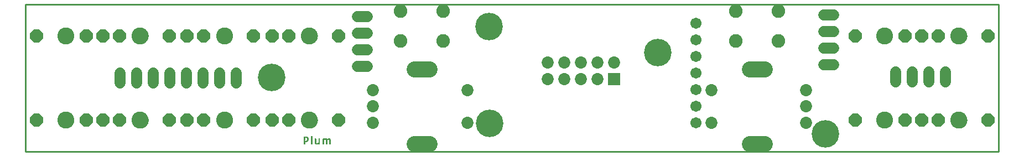
<source format=gts>
G04 EAGLE Gerber RS-274X export*
G75*
%MOMM*%
%FSLAX34Y34*%
%LPD*%
%INSoldermask Top*%
%IPPOS*%
%AMOC8*
5,1,8,0,0,1.08239X$1,22.5*%
G01*
%ADD10C,0.000000*%
%ADD11C,4.219200*%
%ADD12C,1.711200*%
%ADD13C,1.853200*%
%ADD14C,2.453200*%
%ADD15C,0.127000*%
%ADD16C,2.082800*%
%ADD17P,2.144431X8X112.500000*%
%ADD18C,2.603200*%
%ADD19P,2.144431X8X292.500000*%
%ADD20C,1.727200*%
%ADD21R,1.853200X1.853200*%
%ADD22C,0.254000*%

G36*
X486418Y10668D02*
X486418Y10668D01*
X486477Y10670D01*
X486521Y10689D01*
X486555Y10696D01*
X486584Y10716D01*
X486630Y10736D01*
X486974Y10957D01*
X487023Y11004D01*
X487078Y11045D01*
X487094Y11073D01*
X487117Y11095D01*
X487143Y11158D01*
X487178Y11218D01*
X487183Y11253D01*
X487194Y11279D01*
X487194Y11320D01*
X487204Y11382D01*
X487164Y15336D01*
X487169Y16986D01*
X487222Y17284D01*
X487491Y17469D01*
X487947Y17714D01*
X488421Y17921D01*
X488890Y18066D01*
X489333Y18117D01*
X489705Y18053D01*
X489972Y17864D01*
X490140Y17549D01*
X490207Y17105D01*
X490223Y16577D01*
X490232Y11495D01*
X490245Y11433D01*
X490248Y11371D01*
X490266Y11331D01*
X490272Y11300D01*
X490294Y11269D01*
X490316Y11219D01*
X490542Y10880D01*
X490586Y10836D01*
X490623Y10786D01*
X490656Y10767D01*
X490683Y10739D01*
X490741Y10716D01*
X490794Y10685D01*
X490837Y10677D01*
X490868Y10665D01*
X490905Y10666D01*
X490958Y10657D01*
X491523Y10657D01*
X491541Y10661D01*
X491563Y10659D01*
X492087Y10701D01*
X492171Y10726D01*
X492256Y10746D01*
X492266Y10753D01*
X492278Y10756D01*
X492346Y10812D01*
X492416Y10864D01*
X492422Y10874D01*
X492432Y10882D01*
X492473Y10959D01*
X492518Y11035D01*
X492520Y11048D01*
X492525Y11058D01*
X492529Y11100D01*
X492545Y11199D01*
X492545Y17299D01*
X492640Y17484D01*
X492985Y17663D01*
X493466Y17875D01*
X493948Y18034D01*
X494417Y18120D01*
X494844Y18108D01*
X495178Y17982D01*
X495396Y17740D01*
X495505Y17369D01*
X495530Y16874D01*
X495571Y11230D01*
X495586Y11159D01*
X495593Y11088D01*
X495606Y11063D01*
X495612Y11036D01*
X495654Y10976D01*
X495688Y10913D01*
X495710Y10895D01*
X495726Y10873D01*
X495787Y10834D01*
X495844Y10789D01*
X495874Y10780D01*
X495894Y10767D01*
X495937Y10760D01*
X496002Y10739D01*
X496500Y10671D01*
X496529Y10673D01*
X496568Y10666D01*
X497133Y10666D01*
X497201Y10680D01*
X497270Y10685D01*
X497297Y10700D01*
X497328Y10706D01*
X497385Y10745D01*
X497446Y10777D01*
X497470Y10803D01*
X497492Y10818D01*
X497514Y10853D01*
X497557Y10901D01*
X497774Y11250D01*
X497794Y11302D01*
X497822Y11351D01*
X497831Y11402D01*
X497843Y11436D01*
X497842Y11469D01*
X497850Y11515D01*
X497832Y17170D01*
X497831Y17176D01*
X497832Y17183D01*
X497815Y17748D01*
X497810Y17771D01*
X497811Y17801D01*
X497735Y18359D01*
X497722Y18394D01*
X497692Y18503D01*
X497528Y18854D01*
X497528Y18855D01*
X497143Y19679D01*
X497112Y19720D01*
X497091Y19766D01*
X497048Y19807D01*
X497024Y19839D01*
X496999Y19854D01*
X496971Y19881D01*
X496850Y19963D01*
X496809Y19980D01*
X496741Y20019D01*
X496211Y20212D01*
X496170Y20218D01*
X496110Y20238D01*
X495551Y20317D01*
X495511Y20314D01*
X495451Y20321D01*
X494887Y20288D01*
X494854Y20279D01*
X494806Y20276D01*
X494255Y20151D01*
X494234Y20141D01*
X494204Y20136D01*
X493669Y19952D01*
X493653Y19943D01*
X493630Y19937D01*
X493113Y19708D01*
X493099Y19699D01*
X493079Y19692D01*
X492353Y19304D01*
X492262Y19368D01*
X491885Y19731D01*
X491847Y19755D01*
X491790Y19803D01*
X491303Y20087D01*
X491261Y20101D01*
X491255Y20104D01*
X491238Y20115D01*
X491228Y20116D01*
X491177Y20139D01*
X490631Y20281D01*
X490590Y20284D01*
X490528Y20297D01*
X489951Y20323D01*
X489913Y20317D01*
X489856Y20318D01*
X489298Y20236D01*
X489265Y20224D01*
X489217Y20217D01*
X488679Y20044D01*
X488661Y20034D01*
X488637Y20028D01*
X488117Y19806D01*
X488106Y19798D01*
X488091Y19794D01*
X487603Y19551D01*
X487603Y19588D01*
X487602Y19593D01*
X487603Y19598D01*
X487582Y19690D01*
X487563Y19783D01*
X487560Y19787D01*
X487559Y19792D01*
X487504Y19868D01*
X487450Y19946D01*
X487446Y19949D01*
X487443Y19954D01*
X487362Y20003D01*
X487283Y20054D01*
X487278Y20054D01*
X487273Y20057D01*
X487110Y20087D01*
X485993Y20101D01*
X485906Y20084D01*
X485819Y20072D01*
X485809Y20066D01*
X485797Y20064D01*
X485724Y20015D01*
X485649Y19969D01*
X485641Y19959D01*
X485632Y19953D01*
X485609Y19918D01*
X485547Y19838D01*
X485349Y19470D01*
X485337Y19432D01*
X485317Y19397D01*
X485304Y19322D01*
X485292Y19280D01*
X485294Y19259D01*
X485289Y19233D01*
X485295Y11155D01*
X485297Y11147D01*
X485296Y11139D01*
X485317Y11050D01*
X485335Y10961D01*
X485340Y10954D01*
X485342Y10946D01*
X485396Y10872D01*
X485448Y10797D01*
X485455Y10792D01*
X485459Y10786D01*
X485538Y10739D01*
X485615Y10690D01*
X485623Y10688D01*
X485630Y10684D01*
X485795Y10656D01*
X486360Y10656D01*
X486418Y10668D01*
G37*
G36*
X457607Y10673D02*
X457607Y10673D01*
X457618Y10672D01*
X457704Y10691D01*
X457791Y10708D01*
X457801Y10714D01*
X457812Y10716D01*
X457949Y10810D01*
X458238Y11086D01*
X458249Y11101D01*
X458264Y11113D01*
X458306Y11183D01*
X458352Y11249D01*
X458356Y11268D01*
X458365Y11284D01*
X458389Y11428D01*
X458393Y11444D01*
X458392Y11446D01*
X458393Y11448D01*
X458387Y14187D01*
X458394Y14205D01*
X459193Y14251D01*
X459205Y14254D01*
X459220Y14253D01*
X459782Y14315D01*
X459794Y14319D01*
X459809Y14319D01*
X460367Y14413D01*
X460387Y14421D01*
X460414Y14423D01*
X460959Y14570D01*
X460980Y14580D01*
X461010Y14586D01*
X461537Y14790D01*
X461562Y14806D01*
X461598Y14819D01*
X462093Y15092D01*
X462116Y15112D01*
X462153Y15132D01*
X462603Y15474D01*
X462626Y15500D01*
X462665Y15529D01*
X463051Y15940D01*
X463068Y15967D01*
X463098Y15998D01*
X463420Y16462D01*
X463433Y16492D01*
X463458Y16527D01*
X463706Y17034D01*
X463715Y17069D01*
X463737Y17115D01*
X463894Y17657D01*
X463900Y17735D01*
X463913Y17812D01*
X463908Y17833D01*
X463910Y17855D01*
X463909Y17858D01*
X463922Y17877D01*
X463940Y17964D01*
X463954Y18006D01*
X463953Y18021D01*
X463957Y18039D01*
X464058Y20365D01*
X464047Y20429D01*
X464046Y20494D01*
X464031Y20532D01*
X464026Y20561D01*
X464006Y20595D01*
X463984Y20649D01*
X463763Y21006D01*
X463737Y21034D01*
X463709Y21079D01*
X463331Y21497D01*
X463301Y21519D01*
X463267Y21557D01*
X462821Y21903D01*
X462792Y21918D01*
X462756Y21947D01*
X462262Y22219D01*
X462234Y22227D01*
X462202Y22247D01*
X461676Y22452D01*
X461655Y22455D01*
X461630Y22467D01*
X461087Y22620D01*
X461063Y22622D01*
X461034Y22632D01*
X460478Y22726D01*
X460461Y22725D01*
X460440Y22731D01*
X459878Y22782D01*
X459868Y22781D01*
X459858Y22784D01*
X459294Y22813D01*
X459287Y22812D01*
X459279Y22813D01*
X457025Y22864D01*
X457011Y22861D01*
X456997Y22864D01*
X456914Y22844D01*
X456829Y22829D01*
X456817Y22821D01*
X456804Y22818D01*
X456735Y22767D01*
X456663Y22720D01*
X456655Y22708D01*
X456644Y22700D01*
X456600Y22626D01*
X456552Y22555D01*
X456549Y22541D01*
X456542Y22529D01*
X456515Y22365D01*
X456515Y18266D01*
X456476Y18258D01*
X456471Y18255D01*
X456466Y18254D01*
X456389Y18199D01*
X456312Y18146D01*
X456309Y18141D01*
X456304Y18137D01*
X456213Y17998D01*
X456041Y17604D01*
X456037Y17586D01*
X456027Y17569D01*
X456003Y17428D01*
X456000Y17410D01*
X456000Y17408D01*
X456000Y17405D01*
X455994Y11191D01*
X455995Y11187D01*
X455994Y11183D01*
X456014Y11089D01*
X456033Y10996D01*
X456036Y10992D01*
X456037Y10988D01*
X456092Y10911D01*
X456146Y10832D01*
X456149Y10830D01*
X456152Y10826D01*
X456233Y10776D01*
X456313Y10725D01*
X456317Y10724D01*
X456321Y10722D01*
X456484Y10691D01*
X457596Y10671D01*
X457607Y10673D01*
G37*
G36*
X476226Y10454D02*
X476226Y10454D01*
X476275Y10452D01*
X476836Y10515D01*
X476865Y10524D01*
X476906Y10527D01*
X477453Y10670D01*
X477473Y10679D01*
X477501Y10685D01*
X478031Y10882D01*
X478046Y10891D01*
X478067Y10896D01*
X478580Y11133D01*
X478591Y11141D01*
X478608Y11146D01*
X478876Y11291D01*
X478878Y11283D01*
X478880Y11279D01*
X478881Y11276D01*
X478895Y11257D01*
X478968Y11143D01*
X479238Y10848D01*
X479258Y10834D01*
X479272Y10814D01*
X479337Y10776D01*
X479399Y10730D01*
X479422Y10725D01*
X479443Y10713D01*
X479559Y10693D01*
X479593Y10685D01*
X479599Y10687D01*
X479607Y10685D01*
X480172Y10685D01*
X480173Y10685D01*
X480337Y10713D01*
X480789Y10871D01*
X480810Y10883D01*
X480834Y10889D01*
X480895Y10934D01*
X480960Y10972D01*
X480974Y10992D01*
X480995Y11007D01*
X481033Y11072D01*
X481077Y11132D01*
X481083Y11157D01*
X481096Y11178D01*
X481115Y11290D01*
X481123Y11326D01*
X481122Y11333D01*
X481124Y11342D01*
X481124Y19247D01*
X481118Y19275D01*
X481121Y19302D01*
X481092Y19402D01*
X481084Y19442D01*
X481078Y19450D01*
X481075Y19462D01*
X480893Y19845D01*
X480834Y19924D01*
X480777Y20001D01*
X480775Y20002D01*
X480773Y20004D01*
X480688Y20054D01*
X480606Y20102D01*
X480603Y20102D01*
X480601Y20104D01*
X480581Y20106D01*
X480442Y20130D01*
X479877Y20130D01*
X479865Y20127D01*
X479849Y20129D01*
X479313Y20100D01*
X479219Y20075D01*
X479127Y20053D01*
X479124Y20051D01*
X479121Y20050D01*
X479044Y19991D01*
X478967Y19934D01*
X478966Y19931D01*
X478963Y19929D01*
X478916Y19845D01*
X478867Y19762D01*
X478867Y19758D01*
X478865Y19755D01*
X478863Y19733D01*
X478841Y19597D01*
X478888Y13628D01*
X478690Y13444D01*
X478265Y13215D01*
X477776Y12994D01*
X477289Y12803D01*
X476814Y12679D01*
X476359Y12642D01*
X475985Y12707D01*
X475739Y12891D01*
X475595Y13216D01*
X475537Y13681D01*
X475492Y14958D01*
X475478Y15342D01*
X475538Y19287D01*
X475526Y19350D01*
X475523Y19414D01*
X475507Y19452D01*
X475501Y19482D01*
X475480Y19514D01*
X475457Y19566D01*
X475237Y19906D01*
X475188Y19955D01*
X475147Y20009D01*
X475119Y20025D01*
X475097Y20047D01*
X475034Y20074D01*
X474974Y20108D01*
X474939Y20113D01*
X474914Y20123D01*
X474872Y20123D01*
X474809Y20133D01*
X473720Y20113D01*
X473716Y20112D01*
X473713Y20113D01*
X473620Y20091D01*
X473526Y20070D01*
X473523Y20068D01*
X473519Y20067D01*
X473443Y20011D01*
X473364Y19955D01*
X473362Y19951D01*
X473359Y19949D01*
X473310Y19867D01*
X473260Y19785D01*
X473260Y19781D01*
X473258Y19778D01*
X473230Y19614D01*
X473230Y19598D01*
X473237Y14684D01*
X473235Y14681D01*
X473234Y14672D01*
X473229Y14665D01*
X473205Y14500D01*
X473225Y13369D01*
X473228Y13356D01*
X473226Y13339D01*
X473271Y12776D01*
X473282Y12738D01*
X473288Y12681D01*
X473438Y12139D01*
X473458Y12099D01*
X473491Y12016D01*
X473780Y11532D01*
X473810Y11500D01*
X473866Y11426D01*
X474276Y11038D01*
X474314Y11015D01*
X474375Y10966D01*
X474867Y10690D01*
X474909Y10676D01*
X474981Y10644D01*
X475526Y10497D01*
X475567Y10494D01*
X475628Y10481D01*
X476191Y10449D01*
X476226Y10454D01*
G37*
G36*
X469030Y10687D02*
X469030Y10687D01*
X469035Y10688D01*
X469039Y10687D01*
X469131Y10709D01*
X469224Y10730D01*
X469228Y10732D01*
X469233Y10733D01*
X469309Y10789D01*
X469387Y10844D01*
X469389Y10848D01*
X469393Y10851D01*
X469441Y10933D01*
X469491Y11013D01*
X469492Y11018D01*
X469494Y11022D01*
X469522Y11186D01*
X469522Y23059D01*
X469516Y23089D01*
X469518Y23120D01*
X469491Y23211D01*
X469482Y23254D01*
X469475Y23264D01*
X469471Y23279D01*
X469284Y23658D01*
X469227Y23733D01*
X469172Y23808D01*
X469167Y23811D01*
X469163Y23816D01*
X469081Y23862D01*
X469000Y23910D01*
X468994Y23911D01*
X468990Y23913D01*
X468958Y23917D01*
X468836Y23937D01*
X467737Y23937D01*
X467729Y23936D01*
X467721Y23937D01*
X467632Y23916D01*
X467543Y23898D01*
X467536Y23893D01*
X467528Y23891D01*
X467454Y23837D01*
X467379Y23785D01*
X467374Y23778D01*
X467367Y23773D01*
X467321Y23695D01*
X467272Y23618D01*
X467270Y23609D01*
X467266Y23602D01*
X467238Y23438D01*
X467238Y11168D01*
X467241Y11156D01*
X467239Y11144D01*
X467260Y11059D01*
X467278Y10973D01*
X467285Y10963D01*
X467288Y10951D01*
X467341Y10881D01*
X467390Y10809D01*
X467400Y10803D01*
X467408Y10793D01*
X467484Y10749D01*
X467558Y10702D01*
X467570Y10700D01*
X467580Y10694D01*
X467745Y10669D01*
X469030Y10687D01*
G37*
%LPC*%
G36*
X458348Y16270D02*
X458348Y16270D01*
X458341Y17277D01*
X458338Y17292D01*
X458340Y17312D01*
X458299Y17837D01*
X458294Y17855D01*
X458738Y18361D01*
X458784Y18442D01*
X458832Y18522D01*
X458834Y18529D01*
X458837Y18534D01*
X458840Y18568D01*
X458862Y18686D01*
X458872Y19780D01*
X458907Y20761D01*
X459702Y20715D01*
X460209Y20642D01*
X460677Y20514D01*
X461096Y20308D01*
X461465Y20026D01*
X461701Y19756D01*
X461489Y17851D01*
X461492Y17815D01*
X461492Y17811D01*
X461491Y17810D01*
X461485Y17795D01*
X461472Y17778D01*
X461233Y17336D01*
X460927Y17000D01*
X460552Y16724D01*
X460123Y16524D01*
X459646Y16391D01*
X459132Y16309D01*
X458599Y16259D01*
X458359Y16250D01*
X458348Y16270D01*
G37*
%LPD*%
D10*
X30000Y0D02*
X1520000Y0D01*
X1520000Y225000D01*
X30000Y225000D01*
X30000Y0D01*
D11*
X739800Y191200D03*
X740800Y43200D03*
D12*
X1056463Y196050D03*
X1056463Y170650D03*
X1056463Y145250D03*
X1056463Y119850D03*
X1056463Y94450D03*
X1056463Y69050D03*
X1056463Y43650D03*
D11*
X997800Y151200D03*
D13*
X707000Y94000D03*
X707000Y44000D03*
X562000Y94000D03*
X562000Y44000D03*
X562000Y69000D03*
D14*
X625750Y126000D02*
X648250Y126000D01*
X648250Y12000D02*
X625750Y12000D01*
D15*
X647000Y118000D02*
X647195Y117990D01*
X647390Y117985D01*
X647586Y117984D01*
X647781Y117989D01*
X647976Y117998D01*
X648171Y118012D01*
X648366Y118031D01*
X648560Y118054D01*
X648753Y118083D01*
X648946Y118115D01*
X649137Y118153D01*
X649328Y118195D01*
X649518Y118242D01*
X649706Y118294D01*
X649894Y118350D01*
X650079Y118410D01*
X650264Y118475D01*
X650446Y118545D01*
X650627Y118619D01*
X650806Y118697D01*
X650983Y118780D01*
X651158Y118867D01*
X651331Y118959D01*
X651501Y119054D01*
X651669Y119154D01*
X651835Y119257D01*
X651998Y119365D01*
X652158Y119477D01*
X652316Y119592D01*
X652471Y119711D01*
X652623Y119834D01*
X652771Y119961D01*
X652917Y120091D01*
X653059Y120225D01*
X653198Y120362D01*
X653334Y120503D01*
X653466Y120647D01*
X653595Y120794D01*
X653720Y120944D01*
X653842Y121097D01*
X653959Y121253D01*
X654073Y121412D01*
X654183Y121573D01*
X654289Y121738D01*
X654391Y121904D01*
X654488Y122073D01*
X654582Y122245D01*
X654672Y122419D01*
X654757Y122595D01*
X654838Y122772D01*
X654914Y122952D01*
X654986Y123134D01*
X655054Y123317D01*
X655117Y123502D01*
X655175Y123688D01*
X655230Y123876D01*
X655279Y124065D01*
X655324Y124255D01*
X655364Y124447D01*
X655400Y124639D01*
X655430Y124832D01*
X655457Y125025D01*
X655478Y125220D01*
X655495Y125414D01*
X655506Y125609D01*
X655514Y125805D01*
X655516Y126000D01*
X655514Y126195D01*
X655506Y126391D01*
X655495Y126586D01*
X655478Y126780D01*
X655457Y126975D01*
X655430Y127168D01*
X655400Y127361D01*
X655364Y127553D01*
X655324Y127745D01*
X655279Y127935D01*
X655230Y128124D01*
X655175Y128312D01*
X655117Y128498D01*
X655054Y128683D01*
X654986Y128866D01*
X654914Y129048D01*
X654838Y129228D01*
X654757Y129405D01*
X654672Y129581D01*
X654582Y129755D01*
X654488Y129927D01*
X654391Y130096D01*
X654289Y130262D01*
X654183Y130427D01*
X654073Y130588D01*
X653959Y130747D01*
X653842Y130903D01*
X653720Y131056D01*
X653595Y131206D01*
X653466Y131353D01*
X653334Y131497D01*
X653198Y131638D01*
X653059Y131775D01*
X652917Y131909D01*
X652771Y132039D01*
X652623Y132166D01*
X652471Y132289D01*
X652316Y132408D01*
X652158Y132523D01*
X651998Y132635D01*
X651835Y132743D01*
X651669Y132846D01*
X651501Y132946D01*
X651331Y133041D01*
X651158Y133133D01*
X650983Y133220D01*
X650806Y133303D01*
X650627Y133381D01*
X650446Y133455D01*
X650264Y133525D01*
X650079Y133590D01*
X649894Y133650D01*
X649706Y133706D01*
X649518Y133758D01*
X649328Y133805D01*
X649137Y133847D01*
X648946Y133885D01*
X648753Y133917D01*
X648560Y133946D01*
X648366Y133969D01*
X648171Y133988D01*
X647976Y134002D01*
X647781Y134011D01*
X647586Y134016D01*
X647390Y134015D01*
X647195Y134010D01*
X647000Y134000D01*
X627000Y134000D02*
X626805Y134010D01*
X626610Y134015D01*
X626414Y134016D01*
X626219Y134011D01*
X626024Y134002D01*
X625829Y133988D01*
X625634Y133969D01*
X625440Y133946D01*
X625247Y133917D01*
X625054Y133885D01*
X624863Y133847D01*
X624672Y133805D01*
X624482Y133758D01*
X624294Y133706D01*
X624106Y133650D01*
X623921Y133590D01*
X623736Y133525D01*
X623554Y133455D01*
X623373Y133381D01*
X623194Y133303D01*
X623017Y133220D01*
X622842Y133133D01*
X622669Y133041D01*
X622499Y132946D01*
X622331Y132846D01*
X622165Y132743D01*
X622002Y132635D01*
X621842Y132523D01*
X621684Y132408D01*
X621529Y132289D01*
X621377Y132166D01*
X621229Y132039D01*
X621083Y131909D01*
X620941Y131775D01*
X620802Y131638D01*
X620666Y131497D01*
X620534Y131353D01*
X620405Y131206D01*
X620280Y131056D01*
X620158Y130903D01*
X620041Y130747D01*
X619927Y130588D01*
X619817Y130427D01*
X619711Y130262D01*
X619609Y130096D01*
X619512Y129927D01*
X619418Y129755D01*
X619328Y129581D01*
X619243Y129405D01*
X619162Y129228D01*
X619086Y129048D01*
X619014Y128866D01*
X618946Y128683D01*
X618883Y128498D01*
X618825Y128312D01*
X618770Y128124D01*
X618721Y127935D01*
X618676Y127745D01*
X618636Y127553D01*
X618600Y127361D01*
X618570Y127168D01*
X618543Y126975D01*
X618522Y126780D01*
X618505Y126586D01*
X618494Y126391D01*
X618486Y126195D01*
X618484Y126000D01*
X618486Y125805D01*
X618494Y125609D01*
X618505Y125414D01*
X618522Y125220D01*
X618543Y125025D01*
X618570Y124832D01*
X618600Y124639D01*
X618636Y124447D01*
X618676Y124255D01*
X618721Y124065D01*
X618770Y123876D01*
X618825Y123688D01*
X618883Y123502D01*
X618946Y123317D01*
X619014Y123134D01*
X619086Y122952D01*
X619162Y122772D01*
X619243Y122595D01*
X619328Y122419D01*
X619418Y122245D01*
X619512Y122073D01*
X619609Y121904D01*
X619711Y121738D01*
X619817Y121573D01*
X619927Y121412D01*
X620041Y121253D01*
X620158Y121097D01*
X620280Y120944D01*
X620405Y120794D01*
X620534Y120647D01*
X620666Y120503D01*
X620802Y120362D01*
X620941Y120225D01*
X621083Y120091D01*
X621229Y119961D01*
X621377Y119834D01*
X621529Y119711D01*
X621684Y119592D01*
X621842Y119477D01*
X622002Y119365D01*
X622165Y119257D01*
X622331Y119154D01*
X622499Y119054D01*
X622669Y118959D01*
X622842Y118867D01*
X623017Y118780D01*
X623194Y118697D01*
X623373Y118619D01*
X623554Y118545D01*
X623736Y118475D01*
X623921Y118410D01*
X624106Y118350D01*
X624294Y118294D01*
X624482Y118242D01*
X624672Y118195D01*
X624863Y118153D01*
X625054Y118115D01*
X625247Y118083D01*
X625440Y118054D01*
X625634Y118031D01*
X625829Y118012D01*
X626024Y117998D01*
X626219Y117989D01*
X626414Y117984D01*
X626610Y117985D01*
X626805Y117990D01*
X627000Y118000D01*
X647000Y118000D01*
X647000Y134000D02*
X627000Y134000D01*
X647000Y20000D02*
X647195Y20010D01*
X647390Y20015D01*
X647586Y20016D01*
X647781Y20011D01*
X647976Y20002D01*
X648171Y19988D01*
X648366Y19969D01*
X648560Y19946D01*
X648753Y19917D01*
X648946Y19885D01*
X649137Y19847D01*
X649328Y19805D01*
X649518Y19758D01*
X649706Y19706D01*
X649894Y19650D01*
X650079Y19590D01*
X650264Y19525D01*
X650446Y19455D01*
X650627Y19381D01*
X650806Y19303D01*
X650983Y19220D01*
X651158Y19133D01*
X651331Y19041D01*
X651501Y18946D01*
X651669Y18846D01*
X651835Y18743D01*
X651998Y18635D01*
X652158Y18523D01*
X652316Y18408D01*
X652471Y18289D01*
X652623Y18166D01*
X652771Y18039D01*
X652917Y17909D01*
X653059Y17775D01*
X653198Y17638D01*
X653334Y17497D01*
X653466Y17353D01*
X653595Y17206D01*
X653720Y17056D01*
X653842Y16903D01*
X653959Y16747D01*
X654073Y16588D01*
X654183Y16427D01*
X654289Y16262D01*
X654391Y16096D01*
X654488Y15927D01*
X654582Y15755D01*
X654672Y15581D01*
X654757Y15405D01*
X654838Y15228D01*
X654914Y15048D01*
X654986Y14866D01*
X655054Y14683D01*
X655117Y14498D01*
X655175Y14312D01*
X655230Y14124D01*
X655279Y13935D01*
X655324Y13745D01*
X655364Y13553D01*
X655400Y13361D01*
X655430Y13168D01*
X655457Y12975D01*
X655478Y12780D01*
X655495Y12586D01*
X655506Y12391D01*
X655514Y12195D01*
X655516Y12000D01*
X655514Y11805D01*
X655506Y11609D01*
X655495Y11414D01*
X655478Y11220D01*
X655457Y11025D01*
X655430Y10832D01*
X655400Y10639D01*
X655364Y10447D01*
X655324Y10255D01*
X655279Y10065D01*
X655230Y9876D01*
X655175Y9688D01*
X655117Y9502D01*
X655054Y9317D01*
X654986Y9134D01*
X654914Y8952D01*
X654838Y8772D01*
X654757Y8595D01*
X654672Y8419D01*
X654582Y8245D01*
X654488Y8073D01*
X654391Y7904D01*
X654289Y7738D01*
X654183Y7573D01*
X654073Y7412D01*
X653959Y7253D01*
X653842Y7097D01*
X653720Y6944D01*
X653595Y6794D01*
X653466Y6647D01*
X653334Y6503D01*
X653198Y6362D01*
X653059Y6225D01*
X652917Y6091D01*
X652771Y5961D01*
X652623Y5834D01*
X652471Y5711D01*
X652316Y5592D01*
X652158Y5477D01*
X651998Y5365D01*
X651835Y5257D01*
X651669Y5154D01*
X651501Y5054D01*
X651331Y4959D01*
X651158Y4867D01*
X650983Y4780D01*
X650806Y4697D01*
X650627Y4619D01*
X650446Y4545D01*
X650264Y4475D01*
X650079Y4410D01*
X649894Y4350D01*
X649706Y4294D01*
X649518Y4242D01*
X649328Y4195D01*
X649137Y4153D01*
X648946Y4115D01*
X648753Y4083D01*
X648560Y4054D01*
X648366Y4031D01*
X648171Y4012D01*
X647976Y3998D01*
X647781Y3989D01*
X647586Y3984D01*
X647390Y3985D01*
X647195Y3990D01*
X647000Y4000D01*
X627000Y4000D02*
X626805Y3990D01*
X626610Y3985D01*
X626414Y3984D01*
X626219Y3989D01*
X626024Y3998D01*
X625829Y4012D01*
X625634Y4031D01*
X625440Y4054D01*
X625247Y4083D01*
X625054Y4115D01*
X624863Y4153D01*
X624672Y4195D01*
X624482Y4242D01*
X624294Y4294D01*
X624106Y4350D01*
X623921Y4410D01*
X623736Y4475D01*
X623554Y4545D01*
X623373Y4619D01*
X623194Y4697D01*
X623017Y4780D01*
X622842Y4867D01*
X622669Y4959D01*
X622499Y5054D01*
X622331Y5154D01*
X622165Y5257D01*
X622002Y5365D01*
X621842Y5477D01*
X621684Y5592D01*
X621529Y5711D01*
X621377Y5834D01*
X621229Y5961D01*
X621083Y6091D01*
X620941Y6225D01*
X620802Y6362D01*
X620666Y6503D01*
X620534Y6647D01*
X620405Y6794D01*
X620280Y6944D01*
X620158Y7097D01*
X620041Y7253D01*
X619927Y7412D01*
X619817Y7573D01*
X619711Y7738D01*
X619609Y7904D01*
X619512Y8073D01*
X619418Y8245D01*
X619328Y8419D01*
X619243Y8595D01*
X619162Y8772D01*
X619086Y8952D01*
X619014Y9134D01*
X618946Y9317D01*
X618883Y9502D01*
X618825Y9688D01*
X618770Y9876D01*
X618721Y10065D01*
X618676Y10255D01*
X618636Y10447D01*
X618600Y10639D01*
X618570Y10832D01*
X618543Y11025D01*
X618522Y11220D01*
X618505Y11414D01*
X618494Y11609D01*
X618486Y11805D01*
X618484Y12000D01*
X618486Y12195D01*
X618494Y12391D01*
X618505Y12586D01*
X618522Y12780D01*
X618543Y12975D01*
X618570Y13168D01*
X618600Y13361D01*
X618636Y13553D01*
X618676Y13745D01*
X618721Y13935D01*
X618770Y14124D01*
X618825Y14312D01*
X618883Y14498D01*
X618946Y14683D01*
X619014Y14866D01*
X619086Y15048D01*
X619162Y15228D01*
X619243Y15405D01*
X619328Y15581D01*
X619418Y15755D01*
X619512Y15927D01*
X619609Y16096D01*
X619711Y16262D01*
X619817Y16427D01*
X619927Y16588D01*
X620041Y16747D01*
X620158Y16903D01*
X620280Y17056D01*
X620405Y17206D01*
X620534Y17353D01*
X620666Y17497D01*
X620802Y17638D01*
X620941Y17775D01*
X621083Y17909D01*
X621229Y18039D01*
X621377Y18166D01*
X621529Y18289D01*
X621684Y18408D01*
X621842Y18523D01*
X622002Y18635D01*
X622165Y18743D01*
X622331Y18846D01*
X622499Y18946D01*
X622669Y19041D01*
X622842Y19133D01*
X623017Y19220D01*
X623194Y19303D01*
X623373Y19381D01*
X623554Y19455D01*
X623736Y19525D01*
X623921Y19590D01*
X624106Y19650D01*
X624294Y19706D01*
X624482Y19758D01*
X624672Y19805D01*
X624863Y19847D01*
X625054Y19885D01*
X625247Y19917D01*
X625440Y19946D01*
X625634Y19969D01*
X625829Y19988D01*
X626024Y20002D01*
X626219Y20011D01*
X626414Y20016D01*
X626610Y20015D01*
X626805Y20010D01*
X627000Y20000D01*
X627000Y4000D02*
X647000Y4000D01*
X647000Y20000D02*
X627000Y20000D01*
D13*
X1080000Y44000D03*
X1080000Y94000D03*
X1225000Y44000D03*
X1225000Y94000D03*
X1225000Y69000D03*
D14*
X1161250Y12000D02*
X1138750Y12000D01*
X1138750Y126000D02*
X1161250Y126000D01*
D15*
X1140000Y20000D02*
X1139805Y20010D01*
X1139610Y20015D01*
X1139414Y20016D01*
X1139219Y20011D01*
X1139024Y20002D01*
X1138829Y19988D01*
X1138634Y19969D01*
X1138440Y19946D01*
X1138247Y19917D01*
X1138054Y19885D01*
X1137863Y19847D01*
X1137672Y19805D01*
X1137482Y19758D01*
X1137294Y19706D01*
X1137106Y19650D01*
X1136921Y19590D01*
X1136736Y19525D01*
X1136554Y19455D01*
X1136373Y19381D01*
X1136194Y19303D01*
X1136017Y19220D01*
X1135842Y19133D01*
X1135669Y19041D01*
X1135499Y18946D01*
X1135331Y18846D01*
X1135165Y18743D01*
X1135002Y18635D01*
X1134842Y18523D01*
X1134684Y18408D01*
X1134529Y18289D01*
X1134377Y18166D01*
X1134229Y18039D01*
X1134083Y17909D01*
X1133941Y17775D01*
X1133802Y17638D01*
X1133666Y17497D01*
X1133534Y17353D01*
X1133405Y17206D01*
X1133280Y17056D01*
X1133158Y16903D01*
X1133041Y16747D01*
X1132927Y16588D01*
X1132817Y16427D01*
X1132711Y16262D01*
X1132609Y16096D01*
X1132512Y15927D01*
X1132418Y15755D01*
X1132328Y15581D01*
X1132243Y15405D01*
X1132162Y15228D01*
X1132086Y15048D01*
X1132014Y14866D01*
X1131946Y14683D01*
X1131883Y14498D01*
X1131825Y14312D01*
X1131770Y14124D01*
X1131721Y13935D01*
X1131676Y13745D01*
X1131636Y13553D01*
X1131600Y13361D01*
X1131570Y13168D01*
X1131543Y12975D01*
X1131522Y12780D01*
X1131505Y12586D01*
X1131494Y12391D01*
X1131486Y12195D01*
X1131484Y12000D01*
X1131486Y11805D01*
X1131494Y11609D01*
X1131505Y11414D01*
X1131522Y11220D01*
X1131543Y11025D01*
X1131570Y10832D01*
X1131600Y10639D01*
X1131636Y10447D01*
X1131676Y10255D01*
X1131721Y10065D01*
X1131770Y9876D01*
X1131825Y9688D01*
X1131883Y9502D01*
X1131946Y9317D01*
X1132014Y9134D01*
X1132086Y8952D01*
X1132162Y8772D01*
X1132243Y8595D01*
X1132328Y8419D01*
X1132418Y8245D01*
X1132512Y8073D01*
X1132609Y7904D01*
X1132711Y7738D01*
X1132817Y7573D01*
X1132927Y7412D01*
X1133041Y7253D01*
X1133158Y7097D01*
X1133280Y6944D01*
X1133405Y6794D01*
X1133534Y6647D01*
X1133666Y6503D01*
X1133802Y6362D01*
X1133941Y6225D01*
X1134083Y6091D01*
X1134229Y5961D01*
X1134377Y5834D01*
X1134529Y5711D01*
X1134684Y5592D01*
X1134842Y5477D01*
X1135002Y5365D01*
X1135165Y5257D01*
X1135331Y5154D01*
X1135499Y5054D01*
X1135669Y4959D01*
X1135842Y4867D01*
X1136017Y4780D01*
X1136194Y4697D01*
X1136373Y4619D01*
X1136554Y4545D01*
X1136736Y4475D01*
X1136921Y4410D01*
X1137106Y4350D01*
X1137294Y4294D01*
X1137482Y4242D01*
X1137672Y4195D01*
X1137863Y4153D01*
X1138054Y4115D01*
X1138247Y4083D01*
X1138440Y4054D01*
X1138634Y4031D01*
X1138829Y4012D01*
X1139024Y3998D01*
X1139219Y3989D01*
X1139414Y3984D01*
X1139610Y3985D01*
X1139805Y3990D01*
X1140000Y4000D01*
X1160000Y4000D02*
X1160195Y3990D01*
X1160390Y3985D01*
X1160586Y3984D01*
X1160781Y3989D01*
X1160976Y3998D01*
X1161171Y4012D01*
X1161366Y4031D01*
X1161560Y4054D01*
X1161753Y4083D01*
X1161946Y4115D01*
X1162137Y4153D01*
X1162328Y4195D01*
X1162518Y4242D01*
X1162706Y4294D01*
X1162894Y4350D01*
X1163079Y4410D01*
X1163264Y4475D01*
X1163446Y4545D01*
X1163627Y4619D01*
X1163806Y4697D01*
X1163983Y4780D01*
X1164158Y4867D01*
X1164331Y4959D01*
X1164501Y5054D01*
X1164669Y5154D01*
X1164835Y5257D01*
X1164998Y5365D01*
X1165158Y5477D01*
X1165316Y5592D01*
X1165471Y5711D01*
X1165623Y5834D01*
X1165771Y5961D01*
X1165917Y6091D01*
X1166059Y6225D01*
X1166198Y6362D01*
X1166334Y6503D01*
X1166466Y6647D01*
X1166595Y6794D01*
X1166720Y6944D01*
X1166842Y7097D01*
X1166959Y7253D01*
X1167073Y7412D01*
X1167183Y7573D01*
X1167289Y7738D01*
X1167391Y7904D01*
X1167488Y8073D01*
X1167582Y8245D01*
X1167672Y8419D01*
X1167757Y8595D01*
X1167838Y8772D01*
X1167914Y8952D01*
X1167986Y9134D01*
X1168054Y9317D01*
X1168117Y9502D01*
X1168175Y9688D01*
X1168230Y9876D01*
X1168279Y10065D01*
X1168324Y10255D01*
X1168364Y10447D01*
X1168400Y10639D01*
X1168430Y10832D01*
X1168457Y11025D01*
X1168478Y11220D01*
X1168495Y11414D01*
X1168506Y11609D01*
X1168514Y11805D01*
X1168516Y12000D01*
X1168514Y12195D01*
X1168506Y12391D01*
X1168495Y12586D01*
X1168478Y12780D01*
X1168457Y12975D01*
X1168430Y13168D01*
X1168400Y13361D01*
X1168364Y13553D01*
X1168324Y13745D01*
X1168279Y13935D01*
X1168230Y14124D01*
X1168175Y14312D01*
X1168117Y14498D01*
X1168054Y14683D01*
X1167986Y14866D01*
X1167914Y15048D01*
X1167838Y15228D01*
X1167757Y15405D01*
X1167672Y15581D01*
X1167582Y15755D01*
X1167488Y15927D01*
X1167391Y16096D01*
X1167289Y16262D01*
X1167183Y16427D01*
X1167073Y16588D01*
X1166959Y16747D01*
X1166842Y16903D01*
X1166720Y17056D01*
X1166595Y17206D01*
X1166466Y17353D01*
X1166334Y17497D01*
X1166198Y17638D01*
X1166059Y17775D01*
X1165917Y17909D01*
X1165771Y18039D01*
X1165623Y18166D01*
X1165471Y18289D01*
X1165316Y18408D01*
X1165158Y18523D01*
X1164998Y18635D01*
X1164835Y18743D01*
X1164669Y18846D01*
X1164501Y18946D01*
X1164331Y19041D01*
X1164158Y19133D01*
X1163983Y19220D01*
X1163806Y19303D01*
X1163627Y19381D01*
X1163446Y19455D01*
X1163264Y19525D01*
X1163079Y19590D01*
X1162894Y19650D01*
X1162706Y19706D01*
X1162518Y19758D01*
X1162328Y19805D01*
X1162137Y19847D01*
X1161946Y19885D01*
X1161753Y19917D01*
X1161560Y19946D01*
X1161366Y19969D01*
X1161171Y19988D01*
X1160976Y20002D01*
X1160781Y20011D01*
X1160586Y20016D01*
X1160390Y20015D01*
X1160195Y20010D01*
X1160000Y20000D01*
X1140000Y20000D01*
X1140000Y4000D02*
X1160000Y4000D01*
X1140000Y118000D02*
X1139805Y117990D01*
X1139610Y117985D01*
X1139414Y117984D01*
X1139219Y117989D01*
X1139024Y117998D01*
X1138829Y118012D01*
X1138634Y118031D01*
X1138440Y118054D01*
X1138247Y118083D01*
X1138054Y118115D01*
X1137863Y118153D01*
X1137672Y118195D01*
X1137482Y118242D01*
X1137294Y118294D01*
X1137106Y118350D01*
X1136921Y118410D01*
X1136736Y118475D01*
X1136554Y118545D01*
X1136373Y118619D01*
X1136194Y118697D01*
X1136017Y118780D01*
X1135842Y118867D01*
X1135669Y118959D01*
X1135499Y119054D01*
X1135331Y119154D01*
X1135165Y119257D01*
X1135002Y119365D01*
X1134842Y119477D01*
X1134684Y119592D01*
X1134529Y119711D01*
X1134377Y119834D01*
X1134229Y119961D01*
X1134083Y120091D01*
X1133941Y120225D01*
X1133802Y120362D01*
X1133666Y120503D01*
X1133534Y120647D01*
X1133405Y120794D01*
X1133280Y120944D01*
X1133158Y121097D01*
X1133041Y121253D01*
X1132927Y121412D01*
X1132817Y121573D01*
X1132711Y121738D01*
X1132609Y121904D01*
X1132512Y122073D01*
X1132418Y122245D01*
X1132328Y122419D01*
X1132243Y122595D01*
X1132162Y122772D01*
X1132086Y122952D01*
X1132014Y123134D01*
X1131946Y123317D01*
X1131883Y123502D01*
X1131825Y123688D01*
X1131770Y123876D01*
X1131721Y124065D01*
X1131676Y124255D01*
X1131636Y124447D01*
X1131600Y124639D01*
X1131570Y124832D01*
X1131543Y125025D01*
X1131522Y125220D01*
X1131505Y125414D01*
X1131494Y125609D01*
X1131486Y125805D01*
X1131484Y126000D01*
X1131486Y126195D01*
X1131494Y126391D01*
X1131505Y126586D01*
X1131522Y126780D01*
X1131543Y126975D01*
X1131570Y127168D01*
X1131600Y127361D01*
X1131636Y127553D01*
X1131676Y127745D01*
X1131721Y127935D01*
X1131770Y128124D01*
X1131825Y128312D01*
X1131883Y128498D01*
X1131946Y128683D01*
X1132014Y128866D01*
X1132086Y129048D01*
X1132162Y129228D01*
X1132243Y129405D01*
X1132328Y129581D01*
X1132418Y129755D01*
X1132512Y129927D01*
X1132609Y130096D01*
X1132711Y130262D01*
X1132817Y130427D01*
X1132927Y130588D01*
X1133041Y130747D01*
X1133158Y130903D01*
X1133280Y131056D01*
X1133405Y131206D01*
X1133534Y131353D01*
X1133666Y131497D01*
X1133802Y131638D01*
X1133941Y131775D01*
X1134083Y131909D01*
X1134229Y132039D01*
X1134377Y132166D01*
X1134529Y132289D01*
X1134684Y132408D01*
X1134842Y132523D01*
X1135002Y132635D01*
X1135165Y132743D01*
X1135331Y132846D01*
X1135499Y132946D01*
X1135669Y133041D01*
X1135842Y133133D01*
X1136017Y133220D01*
X1136194Y133303D01*
X1136373Y133381D01*
X1136554Y133455D01*
X1136736Y133525D01*
X1136921Y133590D01*
X1137106Y133650D01*
X1137294Y133706D01*
X1137482Y133758D01*
X1137672Y133805D01*
X1137863Y133847D01*
X1138054Y133885D01*
X1138247Y133917D01*
X1138440Y133946D01*
X1138634Y133969D01*
X1138829Y133988D01*
X1139024Y134002D01*
X1139219Y134011D01*
X1139414Y134016D01*
X1139610Y134015D01*
X1139805Y134010D01*
X1140000Y134000D01*
X1160000Y134000D02*
X1160195Y134010D01*
X1160390Y134015D01*
X1160586Y134016D01*
X1160781Y134011D01*
X1160976Y134002D01*
X1161171Y133988D01*
X1161366Y133969D01*
X1161560Y133946D01*
X1161753Y133917D01*
X1161946Y133885D01*
X1162137Y133847D01*
X1162328Y133805D01*
X1162518Y133758D01*
X1162706Y133706D01*
X1162894Y133650D01*
X1163079Y133590D01*
X1163264Y133525D01*
X1163446Y133455D01*
X1163627Y133381D01*
X1163806Y133303D01*
X1163983Y133220D01*
X1164158Y133133D01*
X1164331Y133041D01*
X1164501Y132946D01*
X1164669Y132846D01*
X1164835Y132743D01*
X1164998Y132635D01*
X1165158Y132523D01*
X1165316Y132408D01*
X1165471Y132289D01*
X1165623Y132166D01*
X1165771Y132039D01*
X1165917Y131909D01*
X1166059Y131775D01*
X1166198Y131638D01*
X1166334Y131497D01*
X1166466Y131353D01*
X1166595Y131206D01*
X1166720Y131056D01*
X1166842Y130903D01*
X1166959Y130747D01*
X1167073Y130588D01*
X1167183Y130427D01*
X1167289Y130262D01*
X1167391Y130096D01*
X1167488Y129927D01*
X1167582Y129755D01*
X1167672Y129581D01*
X1167757Y129405D01*
X1167838Y129228D01*
X1167914Y129048D01*
X1167986Y128866D01*
X1168054Y128683D01*
X1168117Y128498D01*
X1168175Y128312D01*
X1168230Y128124D01*
X1168279Y127935D01*
X1168324Y127745D01*
X1168364Y127553D01*
X1168400Y127361D01*
X1168430Y127168D01*
X1168457Y126975D01*
X1168478Y126780D01*
X1168495Y126586D01*
X1168506Y126391D01*
X1168514Y126195D01*
X1168516Y126000D01*
X1168514Y125805D01*
X1168506Y125609D01*
X1168495Y125414D01*
X1168478Y125220D01*
X1168457Y125025D01*
X1168430Y124832D01*
X1168400Y124639D01*
X1168364Y124447D01*
X1168324Y124255D01*
X1168279Y124065D01*
X1168230Y123876D01*
X1168175Y123688D01*
X1168117Y123502D01*
X1168054Y123317D01*
X1167986Y123134D01*
X1167914Y122952D01*
X1167838Y122772D01*
X1167757Y122595D01*
X1167672Y122419D01*
X1167582Y122245D01*
X1167488Y122073D01*
X1167391Y121904D01*
X1167289Y121738D01*
X1167183Y121573D01*
X1167073Y121412D01*
X1166959Y121253D01*
X1166842Y121097D01*
X1166720Y120944D01*
X1166595Y120794D01*
X1166466Y120647D01*
X1166334Y120503D01*
X1166198Y120362D01*
X1166059Y120225D01*
X1165917Y120091D01*
X1165771Y119961D01*
X1165623Y119834D01*
X1165471Y119711D01*
X1165316Y119592D01*
X1165158Y119477D01*
X1164998Y119365D01*
X1164835Y119257D01*
X1164669Y119154D01*
X1164501Y119054D01*
X1164331Y118959D01*
X1164158Y118867D01*
X1163983Y118780D01*
X1163806Y118697D01*
X1163627Y118619D01*
X1163446Y118545D01*
X1163264Y118475D01*
X1163079Y118410D01*
X1162894Y118350D01*
X1162706Y118294D01*
X1162518Y118242D01*
X1162328Y118195D01*
X1162137Y118153D01*
X1161946Y118115D01*
X1161753Y118083D01*
X1161560Y118054D01*
X1161366Y118031D01*
X1161171Y118012D01*
X1160976Y117998D01*
X1160781Y117989D01*
X1160586Y117984D01*
X1160390Y117985D01*
X1160195Y117990D01*
X1160000Y118000D01*
X1160000Y134000D02*
X1140000Y134000D01*
X1140000Y118000D02*
X1160000Y118000D01*
D16*
X669512Y169394D03*
X604488Y169394D03*
X669512Y214606D03*
X604488Y214606D03*
X1182512Y169394D03*
X1117488Y169394D03*
X1182512Y214606D03*
X1117488Y214606D03*
D17*
X149150Y48000D03*
X123750Y48000D03*
X47550Y48000D03*
D10*
X80000Y48000D02*
X80004Y48294D01*
X80014Y48589D01*
X80033Y48883D01*
X80058Y49176D01*
X80090Y49469D01*
X80130Y49761D01*
X80177Y50052D01*
X80231Y50341D01*
X80292Y50629D01*
X80360Y50916D01*
X80435Y51201D01*
X80517Y51483D01*
X80606Y51764D01*
X80701Y52043D01*
X80804Y52319D01*
X80913Y52592D01*
X81029Y52863D01*
X81152Y53131D01*
X81281Y53395D01*
X81417Y53657D01*
X81559Y53915D01*
X81707Y54169D01*
X81862Y54420D01*
X82022Y54667D01*
X82189Y54910D01*
X82362Y55148D01*
X82540Y55383D01*
X82724Y55613D01*
X82913Y55838D01*
X83109Y56059D01*
X83309Y56274D01*
X83515Y56485D01*
X83726Y56691D01*
X83941Y56891D01*
X84162Y57087D01*
X84387Y57276D01*
X84617Y57460D01*
X84852Y57638D01*
X85090Y57811D01*
X85333Y57978D01*
X85580Y58138D01*
X85831Y58293D01*
X86085Y58441D01*
X86343Y58583D01*
X86605Y58719D01*
X86869Y58848D01*
X87137Y58971D01*
X87408Y59087D01*
X87681Y59196D01*
X87957Y59299D01*
X88236Y59394D01*
X88517Y59483D01*
X88799Y59565D01*
X89084Y59640D01*
X89371Y59708D01*
X89659Y59769D01*
X89948Y59823D01*
X90239Y59870D01*
X90531Y59910D01*
X90824Y59942D01*
X91117Y59967D01*
X91411Y59986D01*
X91706Y59996D01*
X92000Y60000D01*
X92294Y59996D01*
X92589Y59986D01*
X92883Y59967D01*
X93176Y59942D01*
X93469Y59910D01*
X93761Y59870D01*
X94052Y59823D01*
X94341Y59769D01*
X94629Y59708D01*
X94916Y59640D01*
X95201Y59565D01*
X95483Y59483D01*
X95764Y59394D01*
X96043Y59299D01*
X96319Y59196D01*
X96592Y59087D01*
X96863Y58971D01*
X97131Y58848D01*
X97395Y58719D01*
X97657Y58583D01*
X97915Y58441D01*
X98169Y58293D01*
X98420Y58138D01*
X98667Y57978D01*
X98910Y57811D01*
X99148Y57638D01*
X99383Y57460D01*
X99613Y57276D01*
X99838Y57087D01*
X100059Y56891D01*
X100274Y56691D01*
X100485Y56485D01*
X100691Y56274D01*
X100891Y56059D01*
X101087Y55838D01*
X101276Y55613D01*
X101460Y55383D01*
X101638Y55148D01*
X101811Y54910D01*
X101978Y54667D01*
X102138Y54420D01*
X102293Y54169D01*
X102441Y53915D01*
X102583Y53657D01*
X102719Y53395D01*
X102848Y53131D01*
X102971Y52863D01*
X103087Y52592D01*
X103196Y52319D01*
X103299Y52043D01*
X103394Y51764D01*
X103483Y51483D01*
X103565Y51201D01*
X103640Y50916D01*
X103708Y50629D01*
X103769Y50341D01*
X103823Y50052D01*
X103870Y49761D01*
X103910Y49469D01*
X103942Y49176D01*
X103967Y48883D01*
X103986Y48589D01*
X103996Y48294D01*
X104000Y48000D01*
X103996Y47706D01*
X103986Y47411D01*
X103967Y47117D01*
X103942Y46824D01*
X103910Y46531D01*
X103870Y46239D01*
X103823Y45948D01*
X103769Y45659D01*
X103708Y45371D01*
X103640Y45084D01*
X103565Y44799D01*
X103483Y44517D01*
X103394Y44236D01*
X103299Y43957D01*
X103196Y43681D01*
X103087Y43408D01*
X102971Y43137D01*
X102848Y42869D01*
X102719Y42605D01*
X102583Y42343D01*
X102441Y42085D01*
X102293Y41831D01*
X102138Y41580D01*
X101978Y41333D01*
X101811Y41090D01*
X101638Y40852D01*
X101460Y40617D01*
X101276Y40387D01*
X101087Y40162D01*
X100891Y39941D01*
X100691Y39726D01*
X100485Y39515D01*
X100274Y39309D01*
X100059Y39109D01*
X99838Y38913D01*
X99613Y38724D01*
X99383Y38540D01*
X99148Y38362D01*
X98910Y38189D01*
X98667Y38022D01*
X98420Y37862D01*
X98169Y37707D01*
X97915Y37559D01*
X97657Y37417D01*
X97395Y37281D01*
X97131Y37152D01*
X96863Y37029D01*
X96592Y36913D01*
X96319Y36804D01*
X96043Y36701D01*
X95764Y36606D01*
X95483Y36517D01*
X95201Y36435D01*
X94916Y36360D01*
X94629Y36292D01*
X94341Y36231D01*
X94052Y36177D01*
X93761Y36130D01*
X93469Y36090D01*
X93176Y36058D01*
X92883Y36033D01*
X92589Y36014D01*
X92294Y36004D01*
X92000Y36000D01*
X91706Y36004D01*
X91411Y36014D01*
X91117Y36033D01*
X90824Y36058D01*
X90531Y36090D01*
X90239Y36130D01*
X89948Y36177D01*
X89659Y36231D01*
X89371Y36292D01*
X89084Y36360D01*
X88799Y36435D01*
X88517Y36517D01*
X88236Y36606D01*
X87957Y36701D01*
X87681Y36804D01*
X87408Y36913D01*
X87137Y37029D01*
X86869Y37152D01*
X86605Y37281D01*
X86343Y37417D01*
X86085Y37559D01*
X85831Y37707D01*
X85580Y37862D01*
X85333Y38022D01*
X85090Y38189D01*
X84852Y38362D01*
X84617Y38540D01*
X84387Y38724D01*
X84162Y38913D01*
X83941Y39109D01*
X83726Y39309D01*
X83515Y39515D01*
X83309Y39726D01*
X83109Y39941D01*
X82913Y40162D01*
X82724Y40387D01*
X82540Y40617D01*
X82362Y40852D01*
X82189Y41090D01*
X82022Y41333D01*
X81862Y41580D01*
X81707Y41831D01*
X81559Y42085D01*
X81417Y42343D01*
X81281Y42605D01*
X81152Y42869D01*
X81029Y43137D01*
X80913Y43408D01*
X80804Y43681D01*
X80701Y43957D01*
X80606Y44236D01*
X80517Y44517D01*
X80435Y44799D01*
X80360Y45084D01*
X80292Y45371D01*
X80231Y45659D01*
X80177Y45948D01*
X80130Y46239D01*
X80090Y46531D01*
X80058Y46824D01*
X80033Y47117D01*
X80014Y47411D01*
X80004Y47706D01*
X80000Y48000D01*
D18*
X92000Y48000D03*
D19*
X148850Y48000D03*
X174250Y48000D03*
X250450Y48000D03*
D10*
X194000Y48000D02*
X194004Y48294D01*
X194014Y48589D01*
X194033Y48883D01*
X194058Y49176D01*
X194090Y49469D01*
X194130Y49761D01*
X194177Y50052D01*
X194231Y50341D01*
X194292Y50629D01*
X194360Y50916D01*
X194435Y51201D01*
X194517Y51483D01*
X194606Y51764D01*
X194701Y52043D01*
X194804Y52319D01*
X194913Y52592D01*
X195029Y52863D01*
X195152Y53131D01*
X195281Y53395D01*
X195417Y53657D01*
X195559Y53915D01*
X195707Y54169D01*
X195862Y54420D01*
X196022Y54667D01*
X196189Y54910D01*
X196362Y55148D01*
X196540Y55383D01*
X196724Y55613D01*
X196913Y55838D01*
X197109Y56059D01*
X197309Y56274D01*
X197515Y56485D01*
X197726Y56691D01*
X197941Y56891D01*
X198162Y57087D01*
X198387Y57276D01*
X198617Y57460D01*
X198852Y57638D01*
X199090Y57811D01*
X199333Y57978D01*
X199580Y58138D01*
X199831Y58293D01*
X200085Y58441D01*
X200343Y58583D01*
X200605Y58719D01*
X200869Y58848D01*
X201137Y58971D01*
X201408Y59087D01*
X201681Y59196D01*
X201957Y59299D01*
X202236Y59394D01*
X202517Y59483D01*
X202799Y59565D01*
X203084Y59640D01*
X203371Y59708D01*
X203659Y59769D01*
X203948Y59823D01*
X204239Y59870D01*
X204531Y59910D01*
X204824Y59942D01*
X205117Y59967D01*
X205411Y59986D01*
X205706Y59996D01*
X206000Y60000D01*
X206294Y59996D01*
X206589Y59986D01*
X206883Y59967D01*
X207176Y59942D01*
X207469Y59910D01*
X207761Y59870D01*
X208052Y59823D01*
X208341Y59769D01*
X208629Y59708D01*
X208916Y59640D01*
X209201Y59565D01*
X209483Y59483D01*
X209764Y59394D01*
X210043Y59299D01*
X210319Y59196D01*
X210592Y59087D01*
X210863Y58971D01*
X211131Y58848D01*
X211395Y58719D01*
X211657Y58583D01*
X211915Y58441D01*
X212169Y58293D01*
X212420Y58138D01*
X212667Y57978D01*
X212910Y57811D01*
X213148Y57638D01*
X213383Y57460D01*
X213613Y57276D01*
X213838Y57087D01*
X214059Y56891D01*
X214274Y56691D01*
X214485Y56485D01*
X214691Y56274D01*
X214891Y56059D01*
X215087Y55838D01*
X215276Y55613D01*
X215460Y55383D01*
X215638Y55148D01*
X215811Y54910D01*
X215978Y54667D01*
X216138Y54420D01*
X216293Y54169D01*
X216441Y53915D01*
X216583Y53657D01*
X216719Y53395D01*
X216848Y53131D01*
X216971Y52863D01*
X217087Y52592D01*
X217196Y52319D01*
X217299Y52043D01*
X217394Y51764D01*
X217483Y51483D01*
X217565Y51201D01*
X217640Y50916D01*
X217708Y50629D01*
X217769Y50341D01*
X217823Y50052D01*
X217870Y49761D01*
X217910Y49469D01*
X217942Y49176D01*
X217967Y48883D01*
X217986Y48589D01*
X217996Y48294D01*
X218000Y48000D01*
X217996Y47706D01*
X217986Y47411D01*
X217967Y47117D01*
X217942Y46824D01*
X217910Y46531D01*
X217870Y46239D01*
X217823Y45948D01*
X217769Y45659D01*
X217708Y45371D01*
X217640Y45084D01*
X217565Y44799D01*
X217483Y44517D01*
X217394Y44236D01*
X217299Y43957D01*
X217196Y43681D01*
X217087Y43408D01*
X216971Y43137D01*
X216848Y42869D01*
X216719Y42605D01*
X216583Y42343D01*
X216441Y42085D01*
X216293Y41831D01*
X216138Y41580D01*
X215978Y41333D01*
X215811Y41090D01*
X215638Y40852D01*
X215460Y40617D01*
X215276Y40387D01*
X215087Y40162D01*
X214891Y39941D01*
X214691Y39726D01*
X214485Y39515D01*
X214274Y39309D01*
X214059Y39109D01*
X213838Y38913D01*
X213613Y38724D01*
X213383Y38540D01*
X213148Y38362D01*
X212910Y38189D01*
X212667Y38022D01*
X212420Y37862D01*
X212169Y37707D01*
X211915Y37559D01*
X211657Y37417D01*
X211395Y37281D01*
X211131Y37152D01*
X210863Y37029D01*
X210592Y36913D01*
X210319Y36804D01*
X210043Y36701D01*
X209764Y36606D01*
X209483Y36517D01*
X209201Y36435D01*
X208916Y36360D01*
X208629Y36292D01*
X208341Y36231D01*
X208052Y36177D01*
X207761Y36130D01*
X207469Y36090D01*
X207176Y36058D01*
X206883Y36033D01*
X206589Y36014D01*
X206294Y36004D01*
X206000Y36000D01*
X205706Y36004D01*
X205411Y36014D01*
X205117Y36033D01*
X204824Y36058D01*
X204531Y36090D01*
X204239Y36130D01*
X203948Y36177D01*
X203659Y36231D01*
X203371Y36292D01*
X203084Y36360D01*
X202799Y36435D01*
X202517Y36517D01*
X202236Y36606D01*
X201957Y36701D01*
X201681Y36804D01*
X201408Y36913D01*
X201137Y37029D01*
X200869Y37152D01*
X200605Y37281D01*
X200343Y37417D01*
X200085Y37559D01*
X199831Y37707D01*
X199580Y37862D01*
X199333Y38022D01*
X199090Y38189D01*
X198852Y38362D01*
X198617Y38540D01*
X198387Y38724D01*
X198162Y38913D01*
X197941Y39109D01*
X197726Y39309D01*
X197515Y39515D01*
X197309Y39726D01*
X197109Y39941D01*
X196913Y40162D01*
X196724Y40387D01*
X196540Y40617D01*
X196362Y40852D01*
X196189Y41090D01*
X196022Y41333D01*
X195862Y41580D01*
X195707Y41831D01*
X195559Y42085D01*
X195417Y42343D01*
X195281Y42605D01*
X195152Y42869D01*
X195029Y43137D01*
X194913Y43408D01*
X194804Y43681D01*
X194701Y43957D01*
X194606Y44236D01*
X194517Y44517D01*
X194435Y44799D01*
X194360Y45084D01*
X194292Y45371D01*
X194231Y45659D01*
X194177Y45948D01*
X194130Y46239D01*
X194090Y46531D01*
X194058Y46824D01*
X194033Y47117D01*
X194014Y47411D01*
X194004Y47706D01*
X194000Y48000D01*
D18*
X206000Y48000D03*
D19*
X277850Y48000D03*
X303250Y48000D03*
X379450Y48000D03*
D10*
X323000Y48000D02*
X323004Y48294D01*
X323014Y48589D01*
X323033Y48883D01*
X323058Y49176D01*
X323090Y49469D01*
X323130Y49761D01*
X323177Y50052D01*
X323231Y50341D01*
X323292Y50629D01*
X323360Y50916D01*
X323435Y51201D01*
X323517Y51483D01*
X323606Y51764D01*
X323701Y52043D01*
X323804Y52319D01*
X323913Y52592D01*
X324029Y52863D01*
X324152Y53131D01*
X324281Y53395D01*
X324417Y53657D01*
X324559Y53915D01*
X324707Y54169D01*
X324862Y54420D01*
X325022Y54667D01*
X325189Y54910D01*
X325362Y55148D01*
X325540Y55383D01*
X325724Y55613D01*
X325913Y55838D01*
X326109Y56059D01*
X326309Y56274D01*
X326515Y56485D01*
X326726Y56691D01*
X326941Y56891D01*
X327162Y57087D01*
X327387Y57276D01*
X327617Y57460D01*
X327852Y57638D01*
X328090Y57811D01*
X328333Y57978D01*
X328580Y58138D01*
X328831Y58293D01*
X329085Y58441D01*
X329343Y58583D01*
X329605Y58719D01*
X329869Y58848D01*
X330137Y58971D01*
X330408Y59087D01*
X330681Y59196D01*
X330957Y59299D01*
X331236Y59394D01*
X331517Y59483D01*
X331799Y59565D01*
X332084Y59640D01*
X332371Y59708D01*
X332659Y59769D01*
X332948Y59823D01*
X333239Y59870D01*
X333531Y59910D01*
X333824Y59942D01*
X334117Y59967D01*
X334411Y59986D01*
X334706Y59996D01*
X335000Y60000D01*
X335294Y59996D01*
X335589Y59986D01*
X335883Y59967D01*
X336176Y59942D01*
X336469Y59910D01*
X336761Y59870D01*
X337052Y59823D01*
X337341Y59769D01*
X337629Y59708D01*
X337916Y59640D01*
X338201Y59565D01*
X338483Y59483D01*
X338764Y59394D01*
X339043Y59299D01*
X339319Y59196D01*
X339592Y59087D01*
X339863Y58971D01*
X340131Y58848D01*
X340395Y58719D01*
X340657Y58583D01*
X340915Y58441D01*
X341169Y58293D01*
X341420Y58138D01*
X341667Y57978D01*
X341910Y57811D01*
X342148Y57638D01*
X342383Y57460D01*
X342613Y57276D01*
X342838Y57087D01*
X343059Y56891D01*
X343274Y56691D01*
X343485Y56485D01*
X343691Y56274D01*
X343891Y56059D01*
X344087Y55838D01*
X344276Y55613D01*
X344460Y55383D01*
X344638Y55148D01*
X344811Y54910D01*
X344978Y54667D01*
X345138Y54420D01*
X345293Y54169D01*
X345441Y53915D01*
X345583Y53657D01*
X345719Y53395D01*
X345848Y53131D01*
X345971Y52863D01*
X346087Y52592D01*
X346196Y52319D01*
X346299Y52043D01*
X346394Y51764D01*
X346483Y51483D01*
X346565Y51201D01*
X346640Y50916D01*
X346708Y50629D01*
X346769Y50341D01*
X346823Y50052D01*
X346870Y49761D01*
X346910Y49469D01*
X346942Y49176D01*
X346967Y48883D01*
X346986Y48589D01*
X346996Y48294D01*
X347000Y48000D01*
X346996Y47706D01*
X346986Y47411D01*
X346967Y47117D01*
X346942Y46824D01*
X346910Y46531D01*
X346870Y46239D01*
X346823Y45948D01*
X346769Y45659D01*
X346708Y45371D01*
X346640Y45084D01*
X346565Y44799D01*
X346483Y44517D01*
X346394Y44236D01*
X346299Y43957D01*
X346196Y43681D01*
X346087Y43408D01*
X345971Y43137D01*
X345848Y42869D01*
X345719Y42605D01*
X345583Y42343D01*
X345441Y42085D01*
X345293Y41831D01*
X345138Y41580D01*
X344978Y41333D01*
X344811Y41090D01*
X344638Y40852D01*
X344460Y40617D01*
X344276Y40387D01*
X344087Y40162D01*
X343891Y39941D01*
X343691Y39726D01*
X343485Y39515D01*
X343274Y39309D01*
X343059Y39109D01*
X342838Y38913D01*
X342613Y38724D01*
X342383Y38540D01*
X342148Y38362D01*
X341910Y38189D01*
X341667Y38022D01*
X341420Y37862D01*
X341169Y37707D01*
X340915Y37559D01*
X340657Y37417D01*
X340395Y37281D01*
X340131Y37152D01*
X339863Y37029D01*
X339592Y36913D01*
X339319Y36804D01*
X339043Y36701D01*
X338764Y36606D01*
X338483Y36517D01*
X338201Y36435D01*
X337916Y36360D01*
X337629Y36292D01*
X337341Y36231D01*
X337052Y36177D01*
X336761Y36130D01*
X336469Y36090D01*
X336176Y36058D01*
X335883Y36033D01*
X335589Y36014D01*
X335294Y36004D01*
X335000Y36000D01*
X334706Y36004D01*
X334411Y36014D01*
X334117Y36033D01*
X333824Y36058D01*
X333531Y36090D01*
X333239Y36130D01*
X332948Y36177D01*
X332659Y36231D01*
X332371Y36292D01*
X332084Y36360D01*
X331799Y36435D01*
X331517Y36517D01*
X331236Y36606D01*
X330957Y36701D01*
X330681Y36804D01*
X330408Y36913D01*
X330137Y37029D01*
X329869Y37152D01*
X329605Y37281D01*
X329343Y37417D01*
X329085Y37559D01*
X328831Y37707D01*
X328580Y37862D01*
X328333Y38022D01*
X328090Y38189D01*
X327852Y38362D01*
X327617Y38540D01*
X327387Y38724D01*
X327162Y38913D01*
X326941Y39109D01*
X326726Y39309D01*
X326515Y39515D01*
X326309Y39726D01*
X326109Y39941D01*
X325913Y40162D01*
X325724Y40387D01*
X325540Y40617D01*
X325362Y40852D01*
X325189Y41090D01*
X325022Y41333D01*
X324862Y41580D01*
X324707Y41831D01*
X324559Y42085D01*
X324417Y42343D01*
X324281Y42605D01*
X324152Y42869D01*
X324029Y43137D01*
X323913Y43408D01*
X323804Y43681D01*
X323701Y43957D01*
X323606Y44236D01*
X323517Y44517D01*
X323435Y44799D01*
X323360Y45084D01*
X323292Y45371D01*
X323231Y45659D01*
X323177Y45948D01*
X323130Y46239D01*
X323090Y46531D01*
X323058Y46824D01*
X323033Y47117D01*
X323014Y47411D01*
X323004Y47706D01*
X323000Y48000D01*
D18*
X335000Y48000D03*
D19*
X407850Y48000D03*
X433250Y48000D03*
X509450Y48000D03*
D10*
X453000Y48000D02*
X453004Y48294D01*
X453014Y48589D01*
X453033Y48883D01*
X453058Y49176D01*
X453090Y49469D01*
X453130Y49761D01*
X453177Y50052D01*
X453231Y50341D01*
X453292Y50629D01*
X453360Y50916D01*
X453435Y51201D01*
X453517Y51483D01*
X453606Y51764D01*
X453701Y52043D01*
X453804Y52319D01*
X453913Y52592D01*
X454029Y52863D01*
X454152Y53131D01*
X454281Y53395D01*
X454417Y53657D01*
X454559Y53915D01*
X454707Y54169D01*
X454862Y54420D01*
X455022Y54667D01*
X455189Y54910D01*
X455362Y55148D01*
X455540Y55383D01*
X455724Y55613D01*
X455913Y55838D01*
X456109Y56059D01*
X456309Y56274D01*
X456515Y56485D01*
X456726Y56691D01*
X456941Y56891D01*
X457162Y57087D01*
X457387Y57276D01*
X457617Y57460D01*
X457852Y57638D01*
X458090Y57811D01*
X458333Y57978D01*
X458580Y58138D01*
X458831Y58293D01*
X459085Y58441D01*
X459343Y58583D01*
X459605Y58719D01*
X459869Y58848D01*
X460137Y58971D01*
X460408Y59087D01*
X460681Y59196D01*
X460957Y59299D01*
X461236Y59394D01*
X461517Y59483D01*
X461799Y59565D01*
X462084Y59640D01*
X462371Y59708D01*
X462659Y59769D01*
X462948Y59823D01*
X463239Y59870D01*
X463531Y59910D01*
X463824Y59942D01*
X464117Y59967D01*
X464411Y59986D01*
X464706Y59996D01*
X465000Y60000D01*
X465294Y59996D01*
X465589Y59986D01*
X465883Y59967D01*
X466176Y59942D01*
X466469Y59910D01*
X466761Y59870D01*
X467052Y59823D01*
X467341Y59769D01*
X467629Y59708D01*
X467916Y59640D01*
X468201Y59565D01*
X468483Y59483D01*
X468764Y59394D01*
X469043Y59299D01*
X469319Y59196D01*
X469592Y59087D01*
X469863Y58971D01*
X470131Y58848D01*
X470395Y58719D01*
X470657Y58583D01*
X470915Y58441D01*
X471169Y58293D01*
X471420Y58138D01*
X471667Y57978D01*
X471910Y57811D01*
X472148Y57638D01*
X472383Y57460D01*
X472613Y57276D01*
X472838Y57087D01*
X473059Y56891D01*
X473274Y56691D01*
X473485Y56485D01*
X473691Y56274D01*
X473891Y56059D01*
X474087Y55838D01*
X474276Y55613D01*
X474460Y55383D01*
X474638Y55148D01*
X474811Y54910D01*
X474978Y54667D01*
X475138Y54420D01*
X475293Y54169D01*
X475441Y53915D01*
X475583Y53657D01*
X475719Y53395D01*
X475848Y53131D01*
X475971Y52863D01*
X476087Y52592D01*
X476196Y52319D01*
X476299Y52043D01*
X476394Y51764D01*
X476483Y51483D01*
X476565Y51201D01*
X476640Y50916D01*
X476708Y50629D01*
X476769Y50341D01*
X476823Y50052D01*
X476870Y49761D01*
X476910Y49469D01*
X476942Y49176D01*
X476967Y48883D01*
X476986Y48589D01*
X476996Y48294D01*
X477000Y48000D01*
X476996Y47706D01*
X476986Y47411D01*
X476967Y47117D01*
X476942Y46824D01*
X476910Y46531D01*
X476870Y46239D01*
X476823Y45948D01*
X476769Y45659D01*
X476708Y45371D01*
X476640Y45084D01*
X476565Y44799D01*
X476483Y44517D01*
X476394Y44236D01*
X476299Y43957D01*
X476196Y43681D01*
X476087Y43408D01*
X475971Y43137D01*
X475848Y42869D01*
X475719Y42605D01*
X475583Y42343D01*
X475441Y42085D01*
X475293Y41831D01*
X475138Y41580D01*
X474978Y41333D01*
X474811Y41090D01*
X474638Y40852D01*
X474460Y40617D01*
X474276Y40387D01*
X474087Y40162D01*
X473891Y39941D01*
X473691Y39726D01*
X473485Y39515D01*
X473274Y39309D01*
X473059Y39109D01*
X472838Y38913D01*
X472613Y38724D01*
X472383Y38540D01*
X472148Y38362D01*
X471910Y38189D01*
X471667Y38022D01*
X471420Y37862D01*
X471169Y37707D01*
X470915Y37559D01*
X470657Y37417D01*
X470395Y37281D01*
X470131Y37152D01*
X469863Y37029D01*
X469592Y36913D01*
X469319Y36804D01*
X469043Y36701D01*
X468764Y36606D01*
X468483Y36517D01*
X468201Y36435D01*
X467916Y36360D01*
X467629Y36292D01*
X467341Y36231D01*
X467052Y36177D01*
X466761Y36130D01*
X466469Y36090D01*
X466176Y36058D01*
X465883Y36033D01*
X465589Y36014D01*
X465294Y36004D01*
X465000Y36000D01*
X464706Y36004D01*
X464411Y36014D01*
X464117Y36033D01*
X463824Y36058D01*
X463531Y36090D01*
X463239Y36130D01*
X462948Y36177D01*
X462659Y36231D01*
X462371Y36292D01*
X462084Y36360D01*
X461799Y36435D01*
X461517Y36517D01*
X461236Y36606D01*
X460957Y36701D01*
X460681Y36804D01*
X460408Y36913D01*
X460137Y37029D01*
X459869Y37152D01*
X459605Y37281D01*
X459343Y37417D01*
X459085Y37559D01*
X458831Y37707D01*
X458580Y37862D01*
X458333Y38022D01*
X458090Y38189D01*
X457852Y38362D01*
X457617Y38540D01*
X457387Y38724D01*
X457162Y38913D01*
X456941Y39109D01*
X456726Y39309D01*
X456515Y39515D01*
X456309Y39726D01*
X456109Y39941D01*
X455913Y40162D01*
X455724Y40387D01*
X455540Y40617D01*
X455362Y40852D01*
X455189Y41090D01*
X455022Y41333D01*
X454862Y41580D01*
X454707Y41831D01*
X454559Y42085D01*
X454417Y42343D01*
X454281Y42605D01*
X454152Y42869D01*
X454029Y43137D01*
X453913Y43408D01*
X453804Y43681D01*
X453701Y43957D01*
X453606Y44236D01*
X453517Y44517D01*
X453435Y44799D01*
X453360Y45084D01*
X453292Y45371D01*
X453231Y45659D01*
X453177Y45948D01*
X453130Y46239D01*
X453090Y46531D01*
X453058Y46824D01*
X453033Y47117D01*
X453014Y47411D01*
X453004Y47706D01*
X453000Y48000D01*
D18*
X465000Y48000D03*
D17*
X149150Y177000D03*
X123750Y177000D03*
X47550Y177000D03*
D10*
X80000Y177000D02*
X80004Y177294D01*
X80014Y177589D01*
X80033Y177883D01*
X80058Y178176D01*
X80090Y178469D01*
X80130Y178761D01*
X80177Y179052D01*
X80231Y179341D01*
X80292Y179629D01*
X80360Y179916D01*
X80435Y180201D01*
X80517Y180483D01*
X80606Y180764D01*
X80701Y181043D01*
X80804Y181319D01*
X80913Y181592D01*
X81029Y181863D01*
X81152Y182131D01*
X81281Y182395D01*
X81417Y182657D01*
X81559Y182915D01*
X81707Y183169D01*
X81862Y183420D01*
X82022Y183667D01*
X82189Y183910D01*
X82362Y184148D01*
X82540Y184383D01*
X82724Y184613D01*
X82913Y184838D01*
X83109Y185059D01*
X83309Y185274D01*
X83515Y185485D01*
X83726Y185691D01*
X83941Y185891D01*
X84162Y186087D01*
X84387Y186276D01*
X84617Y186460D01*
X84852Y186638D01*
X85090Y186811D01*
X85333Y186978D01*
X85580Y187138D01*
X85831Y187293D01*
X86085Y187441D01*
X86343Y187583D01*
X86605Y187719D01*
X86869Y187848D01*
X87137Y187971D01*
X87408Y188087D01*
X87681Y188196D01*
X87957Y188299D01*
X88236Y188394D01*
X88517Y188483D01*
X88799Y188565D01*
X89084Y188640D01*
X89371Y188708D01*
X89659Y188769D01*
X89948Y188823D01*
X90239Y188870D01*
X90531Y188910D01*
X90824Y188942D01*
X91117Y188967D01*
X91411Y188986D01*
X91706Y188996D01*
X92000Y189000D01*
X92294Y188996D01*
X92589Y188986D01*
X92883Y188967D01*
X93176Y188942D01*
X93469Y188910D01*
X93761Y188870D01*
X94052Y188823D01*
X94341Y188769D01*
X94629Y188708D01*
X94916Y188640D01*
X95201Y188565D01*
X95483Y188483D01*
X95764Y188394D01*
X96043Y188299D01*
X96319Y188196D01*
X96592Y188087D01*
X96863Y187971D01*
X97131Y187848D01*
X97395Y187719D01*
X97657Y187583D01*
X97915Y187441D01*
X98169Y187293D01*
X98420Y187138D01*
X98667Y186978D01*
X98910Y186811D01*
X99148Y186638D01*
X99383Y186460D01*
X99613Y186276D01*
X99838Y186087D01*
X100059Y185891D01*
X100274Y185691D01*
X100485Y185485D01*
X100691Y185274D01*
X100891Y185059D01*
X101087Y184838D01*
X101276Y184613D01*
X101460Y184383D01*
X101638Y184148D01*
X101811Y183910D01*
X101978Y183667D01*
X102138Y183420D01*
X102293Y183169D01*
X102441Y182915D01*
X102583Y182657D01*
X102719Y182395D01*
X102848Y182131D01*
X102971Y181863D01*
X103087Y181592D01*
X103196Y181319D01*
X103299Y181043D01*
X103394Y180764D01*
X103483Y180483D01*
X103565Y180201D01*
X103640Y179916D01*
X103708Y179629D01*
X103769Y179341D01*
X103823Y179052D01*
X103870Y178761D01*
X103910Y178469D01*
X103942Y178176D01*
X103967Y177883D01*
X103986Y177589D01*
X103996Y177294D01*
X104000Y177000D01*
X103996Y176706D01*
X103986Y176411D01*
X103967Y176117D01*
X103942Y175824D01*
X103910Y175531D01*
X103870Y175239D01*
X103823Y174948D01*
X103769Y174659D01*
X103708Y174371D01*
X103640Y174084D01*
X103565Y173799D01*
X103483Y173517D01*
X103394Y173236D01*
X103299Y172957D01*
X103196Y172681D01*
X103087Y172408D01*
X102971Y172137D01*
X102848Y171869D01*
X102719Y171605D01*
X102583Y171343D01*
X102441Y171085D01*
X102293Y170831D01*
X102138Y170580D01*
X101978Y170333D01*
X101811Y170090D01*
X101638Y169852D01*
X101460Y169617D01*
X101276Y169387D01*
X101087Y169162D01*
X100891Y168941D01*
X100691Y168726D01*
X100485Y168515D01*
X100274Y168309D01*
X100059Y168109D01*
X99838Y167913D01*
X99613Y167724D01*
X99383Y167540D01*
X99148Y167362D01*
X98910Y167189D01*
X98667Y167022D01*
X98420Y166862D01*
X98169Y166707D01*
X97915Y166559D01*
X97657Y166417D01*
X97395Y166281D01*
X97131Y166152D01*
X96863Y166029D01*
X96592Y165913D01*
X96319Y165804D01*
X96043Y165701D01*
X95764Y165606D01*
X95483Y165517D01*
X95201Y165435D01*
X94916Y165360D01*
X94629Y165292D01*
X94341Y165231D01*
X94052Y165177D01*
X93761Y165130D01*
X93469Y165090D01*
X93176Y165058D01*
X92883Y165033D01*
X92589Y165014D01*
X92294Y165004D01*
X92000Y165000D01*
X91706Y165004D01*
X91411Y165014D01*
X91117Y165033D01*
X90824Y165058D01*
X90531Y165090D01*
X90239Y165130D01*
X89948Y165177D01*
X89659Y165231D01*
X89371Y165292D01*
X89084Y165360D01*
X88799Y165435D01*
X88517Y165517D01*
X88236Y165606D01*
X87957Y165701D01*
X87681Y165804D01*
X87408Y165913D01*
X87137Y166029D01*
X86869Y166152D01*
X86605Y166281D01*
X86343Y166417D01*
X86085Y166559D01*
X85831Y166707D01*
X85580Y166862D01*
X85333Y167022D01*
X85090Y167189D01*
X84852Y167362D01*
X84617Y167540D01*
X84387Y167724D01*
X84162Y167913D01*
X83941Y168109D01*
X83726Y168309D01*
X83515Y168515D01*
X83309Y168726D01*
X83109Y168941D01*
X82913Y169162D01*
X82724Y169387D01*
X82540Y169617D01*
X82362Y169852D01*
X82189Y170090D01*
X82022Y170333D01*
X81862Y170580D01*
X81707Y170831D01*
X81559Y171085D01*
X81417Y171343D01*
X81281Y171605D01*
X81152Y171869D01*
X81029Y172137D01*
X80913Y172408D01*
X80804Y172681D01*
X80701Y172957D01*
X80606Y173236D01*
X80517Y173517D01*
X80435Y173799D01*
X80360Y174084D01*
X80292Y174371D01*
X80231Y174659D01*
X80177Y174948D01*
X80130Y175239D01*
X80090Y175531D01*
X80058Y175824D01*
X80033Y176117D01*
X80014Y176411D01*
X80004Y176706D01*
X80000Y177000D01*
D18*
X92000Y177000D03*
D19*
X148850Y177000D03*
X174250Y177000D03*
X250450Y177000D03*
D10*
X194000Y177000D02*
X194004Y177294D01*
X194014Y177589D01*
X194033Y177883D01*
X194058Y178176D01*
X194090Y178469D01*
X194130Y178761D01*
X194177Y179052D01*
X194231Y179341D01*
X194292Y179629D01*
X194360Y179916D01*
X194435Y180201D01*
X194517Y180483D01*
X194606Y180764D01*
X194701Y181043D01*
X194804Y181319D01*
X194913Y181592D01*
X195029Y181863D01*
X195152Y182131D01*
X195281Y182395D01*
X195417Y182657D01*
X195559Y182915D01*
X195707Y183169D01*
X195862Y183420D01*
X196022Y183667D01*
X196189Y183910D01*
X196362Y184148D01*
X196540Y184383D01*
X196724Y184613D01*
X196913Y184838D01*
X197109Y185059D01*
X197309Y185274D01*
X197515Y185485D01*
X197726Y185691D01*
X197941Y185891D01*
X198162Y186087D01*
X198387Y186276D01*
X198617Y186460D01*
X198852Y186638D01*
X199090Y186811D01*
X199333Y186978D01*
X199580Y187138D01*
X199831Y187293D01*
X200085Y187441D01*
X200343Y187583D01*
X200605Y187719D01*
X200869Y187848D01*
X201137Y187971D01*
X201408Y188087D01*
X201681Y188196D01*
X201957Y188299D01*
X202236Y188394D01*
X202517Y188483D01*
X202799Y188565D01*
X203084Y188640D01*
X203371Y188708D01*
X203659Y188769D01*
X203948Y188823D01*
X204239Y188870D01*
X204531Y188910D01*
X204824Y188942D01*
X205117Y188967D01*
X205411Y188986D01*
X205706Y188996D01*
X206000Y189000D01*
X206294Y188996D01*
X206589Y188986D01*
X206883Y188967D01*
X207176Y188942D01*
X207469Y188910D01*
X207761Y188870D01*
X208052Y188823D01*
X208341Y188769D01*
X208629Y188708D01*
X208916Y188640D01*
X209201Y188565D01*
X209483Y188483D01*
X209764Y188394D01*
X210043Y188299D01*
X210319Y188196D01*
X210592Y188087D01*
X210863Y187971D01*
X211131Y187848D01*
X211395Y187719D01*
X211657Y187583D01*
X211915Y187441D01*
X212169Y187293D01*
X212420Y187138D01*
X212667Y186978D01*
X212910Y186811D01*
X213148Y186638D01*
X213383Y186460D01*
X213613Y186276D01*
X213838Y186087D01*
X214059Y185891D01*
X214274Y185691D01*
X214485Y185485D01*
X214691Y185274D01*
X214891Y185059D01*
X215087Y184838D01*
X215276Y184613D01*
X215460Y184383D01*
X215638Y184148D01*
X215811Y183910D01*
X215978Y183667D01*
X216138Y183420D01*
X216293Y183169D01*
X216441Y182915D01*
X216583Y182657D01*
X216719Y182395D01*
X216848Y182131D01*
X216971Y181863D01*
X217087Y181592D01*
X217196Y181319D01*
X217299Y181043D01*
X217394Y180764D01*
X217483Y180483D01*
X217565Y180201D01*
X217640Y179916D01*
X217708Y179629D01*
X217769Y179341D01*
X217823Y179052D01*
X217870Y178761D01*
X217910Y178469D01*
X217942Y178176D01*
X217967Y177883D01*
X217986Y177589D01*
X217996Y177294D01*
X218000Y177000D01*
X217996Y176706D01*
X217986Y176411D01*
X217967Y176117D01*
X217942Y175824D01*
X217910Y175531D01*
X217870Y175239D01*
X217823Y174948D01*
X217769Y174659D01*
X217708Y174371D01*
X217640Y174084D01*
X217565Y173799D01*
X217483Y173517D01*
X217394Y173236D01*
X217299Y172957D01*
X217196Y172681D01*
X217087Y172408D01*
X216971Y172137D01*
X216848Y171869D01*
X216719Y171605D01*
X216583Y171343D01*
X216441Y171085D01*
X216293Y170831D01*
X216138Y170580D01*
X215978Y170333D01*
X215811Y170090D01*
X215638Y169852D01*
X215460Y169617D01*
X215276Y169387D01*
X215087Y169162D01*
X214891Y168941D01*
X214691Y168726D01*
X214485Y168515D01*
X214274Y168309D01*
X214059Y168109D01*
X213838Y167913D01*
X213613Y167724D01*
X213383Y167540D01*
X213148Y167362D01*
X212910Y167189D01*
X212667Y167022D01*
X212420Y166862D01*
X212169Y166707D01*
X211915Y166559D01*
X211657Y166417D01*
X211395Y166281D01*
X211131Y166152D01*
X210863Y166029D01*
X210592Y165913D01*
X210319Y165804D01*
X210043Y165701D01*
X209764Y165606D01*
X209483Y165517D01*
X209201Y165435D01*
X208916Y165360D01*
X208629Y165292D01*
X208341Y165231D01*
X208052Y165177D01*
X207761Y165130D01*
X207469Y165090D01*
X207176Y165058D01*
X206883Y165033D01*
X206589Y165014D01*
X206294Y165004D01*
X206000Y165000D01*
X205706Y165004D01*
X205411Y165014D01*
X205117Y165033D01*
X204824Y165058D01*
X204531Y165090D01*
X204239Y165130D01*
X203948Y165177D01*
X203659Y165231D01*
X203371Y165292D01*
X203084Y165360D01*
X202799Y165435D01*
X202517Y165517D01*
X202236Y165606D01*
X201957Y165701D01*
X201681Y165804D01*
X201408Y165913D01*
X201137Y166029D01*
X200869Y166152D01*
X200605Y166281D01*
X200343Y166417D01*
X200085Y166559D01*
X199831Y166707D01*
X199580Y166862D01*
X199333Y167022D01*
X199090Y167189D01*
X198852Y167362D01*
X198617Y167540D01*
X198387Y167724D01*
X198162Y167913D01*
X197941Y168109D01*
X197726Y168309D01*
X197515Y168515D01*
X197309Y168726D01*
X197109Y168941D01*
X196913Y169162D01*
X196724Y169387D01*
X196540Y169617D01*
X196362Y169852D01*
X196189Y170090D01*
X196022Y170333D01*
X195862Y170580D01*
X195707Y170831D01*
X195559Y171085D01*
X195417Y171343D01*
X195281Y171605D01*
X195152Y171869D01*
X195029Y172137D01*
X194913Y172408D01*
X194804Y172681D01*
X194701Y172957D01*
X194606Y173236D01*
X194517Y173517D01*
X194435Y173799D01*
X194360Y174084D01*
X194292Y174371D01*
X194231Y174659D01*
X194177Y174948D01*
X194130Y175239D01*
X194090Y175531D01*
X194058Y175824D01*
X194033Y176117D01*
X194014Y176411D01*
X194004Y176706D01*
X194000Y177000D01*
D18*
X206000Y177000D03*
D19*
X277850Y177000D03*
X303250Y177000D03*
X379450Y177000D03*
D10*
X323000Y177000D02*
X323004Y177294D01*
X323014Y177589D01*
X323033Y177883D01*
X323058Y178176D01*
X323090Y178469D01*
X323130Y178761D01*
X323177Y179052D01*
X323231Y179341D01*
X323292Y179629D01*
X323360Y179916D01*
X323435Y180201D01*
X323517Y180483D01*
X323606Y180764D01*
X323701Y181043D01*
X323804Y181319D01*
X323913Y181592D01*
X324029Y181863D01*
X324152Y182131D01*
X324281Y182395D01*
X324417Y182657D01*
X324559Y182915D01*
X324707Y183169D01*
X324862Y183420D01*
X325022Y183667D01*
X325189Y183910D01*
X325362Y184148D01*
X325540Y184383D01*
X325724Y184613D01*
X325913Y184838D01*
X326109Y185059D01*
X326309Y185274D01*
X326515Y185485D01*
X326726Y185691D01*
X326941Y185891D01*
X327162Y186087D01*
X327387Y186276D01*
X327617Y186460D01*
X327852Y186638D01*
X328090Y186811D01*
X328333Y186978D01*
X328580Y187138D01*
X328831Y187293D01*
X329085Y187441D01*
X329343Y187583D01*
X329605Y187719D01*
X329869Y187848D01*
X330137Y187971D01*
X330408Y188087D01*
X330681Y188196D01*
X330957Y188299D01*
X331236Y188394D01*
X331517Y188483D01*
X331799Y188565D01*
X332084Y188640D01*
X332371Y188708D01*
X332659Y188769D01*
X332948Y188823D01*
X333239Y188870D01*
X333531Y188910D01*
X333824Y188942D01*
X334117Y188967D01*
X334411Y188986D01*
X334706Y188996D01*
X335000Y189000D01*
X335294Y188996D01*
X335589Y188986D01*
X335883Y188967D01*
X336176Y188942D01*
X336469Y188910D01*
X336761Y188870D01*
X337052Y188823D01*
X337341Y188769D01*
X337629Y188708D01*
X337916Y188640D01*
X338201Y188565D01*
X338483Y188483D01*
X338764Y188394D01*
X339043Y188299D01*
X339319Y188196D01*
X339592Y188087D01*
X339863Y187971D01*
X340131Y187848D01*
X340395Y187719D01*
X340657Y187583D01*
X340915Y187441D01*
X341169Y187293D01*
X341420Y187138D01*
X341667Y186978D01*
X341910Y186811D01*
X342148Y186638D01*
X342383Y186460D01*
X342613Y186276D01*
X342838Y186087D01*
X343059Y185891D01*
X343274Y185691D01*
X343485Y185485D01*
X343691Y185274D01*
X343891Y185059D01*
X344087Y184838D01*
X344276Y184613D01*
X344460Y184383D01*
X344638Y184148D01*
X344811Y183910D01*
X344978Y183667D01*
X345138Y183420D01*
X345293Y183169D01*
X345441Y182915D01*
X345583Y182657D01*
X345719Y182395D01*
X345848Y182131D01*
X345971Y181863D01*
X346087Y181592D01*
X346196Y181319D01*
X346299Y181043D01*
X346394Y180764D01*
X346483Y180483D01*
X346565Y180201D01*
X346640Y179916D01*
X346708Y179629D01*
X346769Y179341D01*
X346823Y179052D01*
X346870Y178761D01*
X346910Y178469D01*
X346942Y178176D01*
X346967Y177883D01*
X346986Y177589D01*
X346996Y177294D01*
X347000Y177000D01*
X346996Y176706D01*
X346986Y176411D01*
X346967Y176117D01*
X346942Y175824D01*
X346910Y175531D01*
X346870Y175239D01*
X346823Y174948D01*
X346769Y174659D01*
X346708Y174371D01*
X346640Y174084D01*
X346565Y173799D01*
X346483Y173517D01*
X346394Y173236D01*
X346299Y172957D01*
X346196Y172681D01*
X346087Y172408D01*
X345971Y172137D01*
X345848Y171869D01*
X345719Y171605D01*
X345583Y171343D01*
X345441Y171085D01*
X345293Y170831D01*
X345138Y170580D01*
X344978Y170333D01*
X344811Y170090D01*
X344638Y169852D01*
X344460Y169617D01*
X344276Y169387D01*
X344087Y169162D01*
X343891Y168941D01*
X343691Y168726D01*
X343485Y168515D01*
X343274Y168309D01*
X343059Y168109D01*
X342838Y167913D01*
X342613Y167724D01*
X342383Y167540D01*
X342148Y167362D01*
X341910Y167189D01*
X341667Y167022D01*
X341420Y166862D01*
X341169Y166707D01*
X340915Y166559D01*
X340657Y166417D01*
X340395Y166281D01*
X340131Y166152D01*
X339863Y166029D01*
X339592Y165913D01*
X339319Y165804D01*
X339043Y165701D01*
X338764Y165606D01*
X338483Y165517D01*
X338201Y165435D01*
X337916Y165360D01*
X337629Y165292D01*
X337341Y165231D01*
X337052Y165177D01*
X336761Y165130D01*
X336469Y165090D01*
X336176Y165058D01*
X335883Y165033D01*
X335589Y165014D01*
X335294Y165004D01*
X335000Y165000D01*
X334706Y165004D01*
X334411Y165014D01*
X334117Y165033D01*
X333824Y165058D01*
X333531Y165090D01*
X333239Y165130D01*
X332948Y165177D01*
X332659Y165231D01*
X332371Y165292D01*
X332084Y165360D01*
X331799Y165435D01*
X331517Y165517D01*
X331236Y165606D01*
X330957Y165701D01*
X330681Y165804D01*
X330408Y165913D01*
X330137Y166029D01*
X329869Y166152D01*
X329605Y166281D01*
X329343Y166417D01*
X329085Y166559D01*
X328831Y166707D01*
X328580Y166862D01*
X328333Y167022D01*
X328090Y167189D01*
X327852Y167362D01*
X327617Y167540D01*
X327387Y167724D01*
X327162Y167913D01*
X326941Y168109D01*
X326726Y168309D01*
X326515Y168515D01*
X326309Y168726D01*
X326109Y168941D01*
X325913Y169162D01*
X325724Y169387D01*
X325540Y169617D01*
X325362Y169852D01*
X325189Y170090D01*
X325022Y170333D01*
X324862Y170580D01*
X324707Y170831D01*
X324559Y171085D01*
X324417Y171343D01*
X324281Y171605D01*
X324152Y171869D01*
X324029Y172137D01*
X323913Y172408D01*
X323804Y172681D01*
X323701Y172957D01*
X323606Y173236D01*
X323517Y173517D01*
X323435Y173799D01*
X323360Y174084D01*
X323292Y174371D01*
X323231Y174659D01*
X323177Y174948D01*
X323130Y175239D01*
X323090Y175531D01*
X323058Y175824D01*
X323033Y176117D01*
X323014Y176411D01*
X323004Y176706D01*
X323000Y177000D01*
D18*
X335000Y177000D03*
D19*
X407850Y177000D03*
X433250Y177000D03*
X509450Y177000D03*
D10*
X453000Y177000D02*
X453004Y177294D01*
X453014Y177589D01*
X453033Y177883D01*
X453058Y178176D01*
X453090Y178469D01*
X453130Y178761D01*
X453177Y179052D01*
X453231Y179341D01*
X453292Y179629D01*
X453360Y179916D01*
X453435Y180201D01*
X453517Y180483D01*
X453606Y180764D01*
X453701Y181043D01*
X453804Y181319D01*
X453913Y181592D01*
X454029Y181863D01*
X454152Y182131D01*
X454281Y182395D01*
X454417Y182657D01*
X454559Y182915D01*
X454707Y183169D01*
X454862Y183420D01*
X455022Y183667D01*
X455189Y183910D01*
X455362Y184148D01*
X455540Y184383D01*
X455724Y184613D01*
X455913Y184838D01*
X456109Y185059D01*
X456309Y185274D01*
X456515Y185485D01*
X456726Y185691D01*
X456941Y185891D01*
X457162Y186087D01*
X457387Y186276D01*
X457617Y186460D01*
X457852Y186638D01*
X458090Y186811D01*
X458333Y186978D01*
X458580Y187138D01*
X458831Y187293D01*
X459085Y187441D01*
X459343Y187583D01*
X459605Y187719D01*
X459869Y187848D01*
X460137Y187971D01*
X460408Y188087D01*
X460681Y188196D01*
X460957Y188299D01*
X461236Y188394D01*
X461517Y188483D01*
X461799Y188565D01*
X462084Y188640D01*
X462371Y188708D01*
X462659Y188769D01*
X462948Y188823D01*
X463239Y188870D01*
X463531Y188910D01*
X463824Y188942D01*
X464117Y188967D01*
X464411Y188986D01*
X464706Y188996D01*
X465000Y189000D01*
X465294Y188996D01*
X465589Y188986D01*
X465883Y188967D01*
X466176Y188942D01*
X466469Y188910D01*
X466761Y188870D01*
X467052Y188823D01*
X467341Y188769D01*
X467629Y188708D01*
X467916Y188640D01*
X468201Y188565D01*
X468483Y188483D01*
X468764Y188394D01*
X469043Y188299D01*
X469319Y188196D01*
X469592Y188087D01*
X469863Y187971D01*
X470131Y187848D01*
X470395Y187719D01*
X470657Y187583D01*
X470915Y187441D01*
X471169Y187293D01*
X471420Y187138D01*
X471667Y186978D01*
X471910Y186811D01*
X472148Y186638D01*
X472383Y186460D01*
X472613Y186276D01*
X472838Y186087D01*
X473059Y185891D01*
X473274Y185691D01*
X473485Y185485D01*
X473691Y185274D01*
X473891Y185059D01*
X474087Y184838D01*
X474276Y184613D01*
X474460Y184383D01*
X474638Y184148D01*
X474811Y183910D01*
X474978Y183667D01*
X475138Y183420D01*
X475293Y183169D01*
X475441Y182915D01*
X475583Y182657D01*
X475719Y182395D01*
X475848Y182131D01*
X475971Y181863D01*
X476087Y181592D01*
X476196Y181319D01*
X476299Y181043D01*
X476394Y180764D01*
X476483Y180483D01*
X476565Y180201D01*
X476640Y179916D01*
X476708Y179629D01*
X476769Y179341D01*
X476823Y179052D01*
X476870Y178761D01*
X476910Y178469D01*
X476942Y178176D01*
X476967Y177883D01*
X476986Y177589D01*
X476996Y177294D01*
X477000Y177000D01*
X476996Y176706D01*
X476986Y176411D01*
X476967Y176117D01*
X476942Y175824D01*
X476910Y175531D01*
X476870Y175239D01*
X476823Y174948D01*
X476769Y174659D01*
X476708Y174371D01*
X476640Y174084D01*
X476565Y173799D01*
X476483Y173517D01*
X476394Y173236D01*
X476299Y172957D01*
X476196Y172681D01*
X476087Y172408D01*
X475971Y172137D01*
X475848Y171869D01*
X475719Y171605D01*
X475583Y171343D01*
X475441Y171085D01*
X475293Y170831D01*
X475138Y170580D01*
X474978Y170333D01*
X474811Y170090D01*
X474638Y169852D01*
X474460Y169617D01*
X474276Y169387D01*
X474087Y169162D01*
X473891Y168941D01*
X473691Y168726D01*
X473485Y168515D01*
X473274Y168309D01*
X473059Y168109D01*
X472838Y167913D01*
X472613Y167724D01*
X472383Y167540D01*
X472148Y167362D01*
X471910Y167189D01*
X471667Y167022D01*
X471420Y166862D01*
X471169Y166707D01*
X470915Y166559D01*
X470657Y166417D01*
X470395Y166281D01*
X470131Y166152D01*
X469863Y166029D01*
X469592Y165913D01*
X469319Y165804D01*
X469043Y165701D01*
X468764Y165606D01*
X468483Y165517D01*
X468201Y165435D01*
X467916Y165360D01*
X467629Y165292D01*
X467341Y165231D01*
X467052Y165177D01*
X466761Y165130D01*
X466469Y165090D01*
X466176Y165058D01*
X465883Y165033D01*
X465589Y165014D01*
X465294Y165004D01*
X465000Y165000D01*
X464706Y165004D01*
X464411Y165014D01*
X464117Y165033D01*
X463824Y165058D01*
X463531Y165090D01*
X463239Y165130D01*
X462948Y165177D01*
X462659Y165231D01*
X462371Y165292D01*
X462084Y165360D01*
X461799Y165435D01*
X461517Y165517D01*
X461236Y165606D01*
X460957Y165701D01*
X460681Y165804D01*
X460408Y165913D01*
X460137Y166029D01*
X459869Y166152D01*
X459605Y166281D01*
X459343Y166417D01*
X459085Y166559D01*
X458831Y166707D01*
X458580Y166862D01*
X458333Y167022D01*
X458090Y167189D01*
X457852Y167362D01*
X457617Y167540D01*
X457387Y167724D01*
X457162Y167913D01*
X456941Y168109D01*
X456726Y168309D01*
X456515Y168515D01*
X456309Y168726D01*
X456109Y168941D01*
X455913Y169162D01*
X455724Y169387D01*
X455540Y169617D01*
X455362Y169852D01*
X455189Y170090D01*
X455022Y170333D01*
X454862Y170580D01*
X454707Y170831D01*
X454559Y171085D01*
X454417Y171343D01*
X454281Y171605D01*
X454152Y171869D01*
X454029Y172137D01*
X453913Y172408D01*
X453804Y172681D01*
X453701Y172957D01*
X453606Y173236D01*
X453517Y173517D01*
X453435Y173799D01*
X453360Y174084D01*
X453292Y174371D01*
X453231Y174659D01*
X453177Y174948D01*
X453130Y175239D01*
X453090Y175531D01*
X453058Y175824D01*
X453033Y176117D01*
X453014Y176411D01*
X453004Y176706D01*
X453000Y177000D01*
D18*
X465000Y177000D03*
D17*
X1402150Y177000D03*
X1376750Y177000D03*
X1300550Y177000D03*
D10*
X1333000Y177000D02*
X1333004Y177294D01*
X1333014Y177589D01*
X1333033Y177883D01*
X1333058Y178176D01*
X1333090Y178469D01*
X1333130Y178761D01*
X1333177Y179052D01*
X1333231Y179341D01*
X1333292Y179629D01*
X1333360Y179916D01*
X1333435Y180201D01*
X1333517Y180483D01*
X1333606Y180764D01*
X1333701Y181043D01*
X1333804Y181319D01*
X1333913Y181592D01*
X1334029Y181863D01*
X1334152Y182131D01*
X1334281Y182395D01*
X1334417Y182657D01*
X1334559Y182915D01*
X1334707Y183169D01*
X1334862Y183420D01*
X1335022Y183667D01*
X1335189Y183910D01*
X1335362Y184148D01*
X1335540Y184383D01*
X1335724Y184613D01*
X1335913Y184838D01*
X1336109Y185059D01*
X1336309Y185274D01*
X1336515Y185485D01*
X1336726Y185691D01*
X1336941Y185891D01*
X1337162Y186087D01*
X1337387Y186276D01*
X1337617Y186460D01*
X1337852Y186638D01*
X1338090Y186811D01*
X1338333Y186978D01*
X1338580Y187138D01*
X1338831Y187293D01*
X1339085Y187441D01*
X1339343Y187583D01*
X1339605Y187719D01*
X1339869Y187848D01*
X1340137Y187971D01*
X1340408Y188087D01*
X1340681Y188196D01*
X1340957Y188299D01*
X1341236Y188394D01*
X1341517Y188483D01*
X1341799Y188565D01*
X1342084Y188640D01*
X1342371Y188708D01*
X1342659Y188769D01*
X1342948Y188823D01*
X1343239Y188870D01*
X1343531Y188910D01*
X1343824Y188942D01*
X1344117Y188967D01*
X1344411Y188986D01*
X1344706Y188996D01*
X1345000Y189000D01*
X1345294Y188996D01*
X1345589Y188986D01*
X1345883Y188967D01*
X1346176Y188942D01*
X1346469Y188910D01*
X1346761Y188870D01*
X1347052Y188823D01*
X1347341Y188769D01*
X1347629Y188708D01*
X1347916Y188640D01*
X1348201Y188565D01*
X1348483Y188483D01*
X1348764Y188394D01*
X1349043Y188299D01*
X1349319Y188196D01*
X1349592Y188087D01*
X1349863Y187971D01*
X1350131Y187848D01*
X1350395Y187719D01*
X1350657Y187583D01*
X1350915Y187441D01*
X1351169Y187293D01*
X1351420Y187138D01*
X1351667Y186978D01*
X1351910Y186811D01*
X1352148Y186638D01*
X1352383Y186460D01*
X1352613Y186276D01*
X1352838Y186087D01*
X1353059Y185891D01*
X1353274Y185691D01*
X1353485Y185485D01*
X1353691Y185274D01*
X1353891Y185059D01*
X1354087Y184838D01*
X1354276Y184613D01*
X1354460Y184383D01*
X1354638Y184148D01*
X1354811Y183910D01*
X1354978Y183667D01*
X1355138Y183420D01*
X1355293Y183169D01*
X1355441Y182915D01*
X1355583Y182657D01*
X1355719Y182395D01*
X1355848Y182131D01*
X1355971Y181863D01*
X1356087Y181592D01*
X1356196Y181319D01*
X1356299Y181043D01*
X1356394Y180764D01*
X1356483Y180483D01*
X1356565Y180201D01*
X1356640Y179916D01*
X1356708Y179629D01*
X1356769Y179341D01*
X1356823Y179052D01*
X1356870Y178761D01*
X1356910Y178469D01*
X1356942Y178176D01*
X1356967Y177883D01*
X1356986Y177589D01*
X1356996Y177294D01*
X1357000Y177000D01*
X1356996Y176706D01*
X1356986Y176411D01*
X1356967Y176117D01*
X1356942Y175824D01*
X1356910Y175531D01*
X1356870Y175239D01*
X1356823Y174948D01*
X1356769Y174659D01*
X1356708Y174371D01*
X1356640Y174084D01*
X1356565Y173799D01*
X1356483Y173517D01*
X1356394Y173236D01*
X1356299Y172957D01*
X1356196Y172681D01*
X1356087Y172408D01*
X1355971Y172137D01*
X1355848Y171869D01*
X1355719Y171605D01*
X1355583Y171343D01*
X1355441Y171085D01*
X1355293Y170831D01*
X1355138Y170580D01*
X1354978Y170333D01*
X1354811Y170090D01*
X1354638Y169852D01*
X1354460Y169617D01*
X1354276Y169387D01*
X1354087Y169162D01*
X1353891Y168941D01*
X1353691Y168726D01*
X1353485Y168515D01*
X1353274Y168309D01*
X1353059Y168109D01*
X1352838Y167913D01*
X1352613Y167724D01*
X1352383Y167540D01*
X1352148Y167362D01*
X1351910Y167189D01*
X1351667Y167022D01*
X1351420Y166862D01*
X1351169Y166707D01*
X1350915Y166559D01*
X1350657Y166417D01*
X1350395Y166281D01*
X1350131Y166152D01*
X1349863Y166029D01*
X1349592Y165913D01*
X1349319Y165804D01*
X1349043Y165701D01*
X1348764Y165606D01*
X1348483Y165517D01*
X1348201Y165435D01*
X1347916Y165360D01*
X1347629Y165292D01*
X1347341Y165231D01*
X1347052Y165177D01*
X1346761Y165130D01*
X1346469Y165090D01*
X1346176Y165058D01*
X1345883Y165033D01*
X1345589Y165014D01*
X1345294Y165004D01*
X1345000Y165000D01*
X1344706Y165004D01*
X1344411Y165014D01*
X1344117Y165033D01*
X1343824Y165058D01*
X1343531Y165090D01*
X1343239Y165130D01*
X1342948Y165177D01*
X1342659Y165231D01*
X1342371Y165292D01*
X1342084Y165360D01*
X1341799Y165435D01*
X1341517Y165517D01*
X1341236Y165606D01*
X1340957Y165701D01*
X1340681Y165804D01*
X1340408Y165913D01*
X1340137Y166029D01*
X1339869Y166152D01*
X1339605Y166281D01*
X1339343Y166417D01*
X1339085Y166559D01*
X1338831Y166707D01*
X1338580Y166862D01*
X1338333Y167022D01*
X1338090Y167189D01*
X1337852Y167362D01*
X1337617Y167540D01*
X1337387Y167724D01*
X1337162Y167913D01*
X1336941Y168109D01*
X1336726Y168309D01*
X1336515Y168515D01*
X1336309Y168726D01*
X1336109Y168941D01*
X1335913Y169162D01*
X1335724Y169387D01*
X1335540Y169617D01*
X1335362Y169852D01*
X1335189Y170090D01*
X1335022Y170333D01*
X1334862Y170580D01*
X1334707Y170831D01*
X1334559Y171085D01*
X1334417Y171343D01*
X1334281Y171605D01*
X1334152Y171869D01*
X1334029Y172137D01*
X1333913Y172408D01*
X1333804Y172681D01*
X1333701Y172957D01*
X1333606Y173236D01*
X1333517Y173517D01*
X1333435Y173799D01*
X1333360Y174084D01*
X1333292Y174371D01*
X1333231Y174659D01*
X1333177Y174948D01*
X1333130Y175239D01*
X1333090Y175531D01*
X1333058Y175824D01*
X1333033Y176117D01*
X1333014Y176411D01*
X1333004Y176706D01*
X1333000Y177000D01*
D18*
X1345000Y177000D03*
D19*
X1401850Y177000D03*
X1427250Y177000D03*
X1503450Y177000D03*
D10*
X1447000Y177000D02*
X1447004Y177294D01*
X1447014Y177589D01*
X1447033Y177883D01*
X1447058Y178176D01*
X1447090Y178469D01*
X1447130Y178761D01*
X1447177Y179052D01*
X1447231Y179341D01*
X1447292Y179629D01*
X1447360Y179916D01*
X1447435Y180201D01*
X1447517Y180483D01*
X1447606Y180764D01*
X1447701Y181043D01*
X1447804Y181319D01*
X1447913Y181592D01*
X1448029Y181863D01*
X1448152Y182131D01*
X1448281Y182395D01*
X1448417Y182657D01*
X1448559Y182915D01*
X1448707Y183169D01*
X1448862Y183420D01*
X1449022Y183667D01*
X1449189Y183910D01*
X1449362Y184148D01*
X1449540Y184383D01*
X1449724Y184613D01*
X1449913Y184838D01*
X1450109Y185059D01*
X1450309Y185274D01*
X1450515Y185485D01*
X1450726Y185691D01*
X1450941Y185891D01*
X1451162Y186087D01*
X1451387Y186276D01*
X1451617Y186460D01*
X1451852Y186638D01*
X1452090Y186811D01*
X1452333Y186978D01*
X1452580Y187138D01*
X1452831Y187293D01*
X1453085Y187441D01*
X1453343Y187583D01*
X1453605Y187719D01*
X1453869Y187848D01*
X1454137Y187971D01*
X1454408Y188087D01*
X1454681Y188196D01*
X1454957Y188299D01*
X1455236Y188394D01*
X1455517Y188483D01*
X1455799Y188565D01*
X1456084Y188640D01*
X1456371Y188708D01*
X1456659Y188769D01*
X1456948Y188823D01*
X1457239Y188870D01*
X1457531Y188910D01*
X1457824Y188942D01*
X1458117Y188967D01*
X1458411Y188986D01*
X1458706Y188996D01*
X1459000Y189000D01*
X1459294Y188996D01*
X1459589Y188986D01*
X1459883Y188967D01*
X1460176Y188942D01*
X1460469Y188910D01*
X1460761Y188870D01*
X1461052Y188823D01*
X1461341Y188769D01*
X1461629Y188708D01*
X1461916Y188640D01*
X1462201Y188565D01*
X1462483Y188483D01*
X1462764Y188394D01*
X1463043Y188299D01*
X1463319Y188196D01*
X1463592Y188087D01*
X1463863Y187971D01*
X1464131Y187848D01*
X1464395Y187719D01*
X1464657Y187583D01*
X1464915Y187441D01*
X1465169Y187293D01*
X1465420Y187138D01*
X1465667Y186978D01*
X1465910Y186811D01*
X1466148Y186638D01*
X1466383Y186460D01*
X1466613Y186276D01*
X1466838Y186087D01*
X1467059Y185891D01*
X1467274Y185691D01*
X1467485Y185485D01*
X1467691Y185274D01*
X1467891Y185059D01*
X1468087Y184838D01*
X1468276Y184613D01*
X1468460Y184383D01*
X1468638Y184148D01*
X1468811Y183910D01*
X1468978Y183667D01*
X1469138Y183420D01*
X1469293Y183169D01*
X1469441Y182915D01*
X1469583Y182657D01*
X1469719Y182395D01*
X1469848Y182131D01*
X1469971Y181863D01*
X1470087Y181592D01*
X1470196Y181319D01*
X1470299Y181043D01*
X1470394Y180764D01*
X1470483Y180483D01*
X1470565Y180201D01*
X1470640Y179916D01*
X1470708Y179629D01*
X1470769Y179341D01*
X1470823Y179052D01*
X1470870Y178761D01*
X1470910Y178469D01*
X1470942Y178176D01*
X1470967Y177883D01*
X1470986Y177589D01*
X1470996Y177294D01*
X1471000Y177000D01*
X1470996Y176706D01*
X1470986Y176411D01*
X1470967Y176117D01*
X1470942Y175824D01*
X1470910Y175531D01*
X1470870Y175239D01*
X1470823Y174948D01*
X1470769Y174659D01*
X1470708Y174371D01*
X1470640Y174084D01*
X1470565Y173799D01*
X1470483Y173517D01*
X1470394Y173236D01*
X1470299Y172957D01*
X1470196Y172681D01*
X1470087Y172408D01*
X1469971Y172137D01*
X1469848Y171869D01*
X1469719Y171605D01*
X1469583Y171343D01*
X1469441Y171085D01*
X1469293Y170831D01*
X1469138Y170580D01*
X1468978Y170333D01*
X1468811Y170090D01*
X1468638Y169852D01*
X1468460Y169617D01*
X1468276Y169387D01*
X1468087Y169162D01*
X1467891Y168941D01*
X1467691Y168726D01*
X1467485Y168515D01*
X1467274Y168309D01*
X1467059Y168109D01*
X1466838Y167913D01*
X1466613Y167724D01*
X1466383Y167540D01*
X1466148Y167362D01*
X1465910Y167189D01*
X1465667Y167022D01*
X1465420Y166862D01*
X1465169Y166707D01*
X1464915Y166559D01*
X1464657Y166417D01*
X1464395Y166281D01*
X1464131Y166152D01*
X1463863Y166029D01*
X1463592Y165913D01*
X1463319Y165804D01*
X1463043Y165701D01*
X1462764Y165606D01*
X1462483Y165517D01*
X1462201Y165435D01*
X1461916Y165360D01*
X1461629Y165292D01*
X1461341Y165231D01*
X1461052Y165177D01*
X1460761Y165130D01*
X1460469Y165090D01*
X1460176Y165058D01*
X1459883Y165033D01*
X1459589Y165014D01*
X1459294Y165004D01*
X1459000Y165000D01*
X1458706Y165004D01*
X1458411Y165014D01*
X1458117Y165033D01*
X1457824Y165058D01*
X1457531Y165090D01*
X1457239Y165130D01*
X1456948Y165177D01*
X1456659Y165231D01*
X1456371Y165292D01*
X1456084Y165360D01*
X1455799Y165435D01*
X1455517Y165517D01*
X1455236Y165606D01*
X1454957Y165701D01*
X1454681Y165804D01*
X1454408Y165913D01*
X1454137Y166029D01*
X1453869Y166152D01*
X1453605Y166281D01*
X1453343Y166417D01*
X1453085Y166559D01*
X1452831Y166707D01*
X1452580Y166862D01*
X1452333Y167022D01*
X1452090Y167189D01*
X1451852Y167362D01*
X1451617Y167540D01*
X1451387Y167724D01*
X1451162Y167913D01*
X1450941Y168109D01*
X1450726Y168309D01*
X1450515Y168515D01*
X1450309Y168726D01*
X1450109Y168941D01*
X1449913Y169162D01*
X1449724Y169387D01*
X1449540Y169617D01*
X1449362Y169852D01*
X1449189Y170090D01*
X1449022Y170333D01*
X1448862Y170580D01*
X1448707Y170831D01*
X1448559Y171085D01*
X1448417Y171343D01*
X1448281Y171605D01*
X1448152Y171869D01*
X1448029Y172137D01*
X1447913Y172408D01*
X1447804Y172681D01*
X1447701Y172957D01*
X1447606Y173236D01*
X1447517Y173517D01*
X1447435Y173799D01*
X1447360Y174084D01*
X1447292Y174371D01*
X1447231Y174659D01*
X1447177Y174948D01*
X1447130Y175239D01*
X1447090Y175531D01*
X1447058Y175824D01*
X1447033Y176117D01*
X1447014Y176411D01*
X1447004Y176706D01*
X1447000Y177000D01*
D18*
X1459000Y177000D03*
D17*
X1402150Y48000D03*
X1376750Y48000D03*
X1300550Y48000D03*
D10*
X1333000Y48000D02*
X1333004Y48294D01*
X1333014Y48589D01*
X1333033Y48883D01*
X1333058Y49176D01*
X1333090Y49469D01*
X1333130Y49761D01*
X1333177Y50052D01*
X1333231Y50341D01*
X1333292Y50629D01*
X1333360Y50916D01*
X1333435Y51201D01*
X1333517Y51483D01*
X1333606Y51764D01*
X1333701Y52043D01*
X1333804Y52319D01*
X1333913Y52592D01*
X1334029Y52863D01*
X1334152Y53131D01*
X1334281Y53395D01*
X1334417Y53657D01*
X1334559Y53915D01*
X1334707Y54169D01*
X1334862Y54420D01*
X1335022Y54667D01*
X1335189Y54910D01*
X1335362Y55148D01*
X1335540Y55383D01*
X1335724Y55613D01*
X1335913Y55838D01*
X1336109Y56059D01*
X1336309Y56274D01*
X1336515Y56485D01*
X1336726Y56691D01*
X1336941Y56891D01*
X1337162Y57087D01*
X1337387Y57276D01*
X1337617Y57460D01*
X1337852Y57638D01*
X1338090Y57811D01*
X1338333Y57978D01*
X1338580Y58138D01*
X1338831Y58293D01*
X1339085Y58441D01*
X1339343Y58583D01*
X1339605Y58719D01*
X1339869Y58848D01*
X1340137Y58971D01*
X1340408Y59087D01*
X1340681Y59196D01*
X1340957Y59299D01*
X1341236Y59394D01*
X1341517Y59483D01*
X1341799Y59565D01*
X1342084Y59640D01*
X1342371Y59708D01*
X1342659Y59769D01*
X1342948Y59823D01*
X1343239Y59870D01*
X1343531Y59910D01*
X1343824Y59942D01*
X1344117Y59967D01*
X1344411Y59986D01*
X1344706Y59996D01*
X1345000Y60000D01*
X1345294Y59996D01*
X1345589Y59986D01*
X1345883Y59967D01*
X1346176Y59942D01*
X1346469Y59910D01*
X1346761Y59870D01*
X1347052Y59823D01*
X1347341Y59769D01*
X1347629Y59708D01*
X1347916Y59640D01*
X1348201Y59565D01*
X1348483Y59483D01*
X1348764Y59394D01*
X1349043Y59299D01*
X1349319Y59196D01*
X1349592Y59087D01*
X1349863Y58971D01*
X1350131Y58848D01*
X1350395Y58719D01*
X1350657Y58583D01*
X1350915Y58441D01*
X1351169Y58293D01*
X1351420Y58138D01*
X1351667Y57978D01*
X1351910Y57811D01*
X1352148Y57638D01*
X1352383Y57460D01*
X1352613Y57276D01*
X1352838Y57087D01*
X1353059Y56891D01*
X1353274Y56691D01*
X1353485Y56485D01*
X1353691Y56274D01*
X1353891Y56059D01*
X1354087Y55838D01*
X1354276Y55613D01*
X1354460Y55383D01*
X1354638Y55148D01*
X1354811Y54910D01*
X1354978Y54667D01*
X1355138Y54420D01*
X1355293Y54169D01*
X1355441Y53915D01*
X1355583Y53657D01*
X1355719Y53395D01*
X1355848Y53131D01*
X1355971Y52863D01*
X1356087Y52592D01*
X1356196Y52319D01*
X1356299Y52043D01*
X1356394Y51764D01*
X1356483Y51483D01*
X1356565Y51201D01*
X1356640Y50916D01*
X1356708Y50629D01*
X1356769Y50341D01*
X1356823Y50052D01*
X1356870Y49761D01*
X1356910Y49469D01*
X1356942Y49176D01*
X1356967Y48883D01*
X1356986Y48589D01*
X1356996Y48294D01*
X1357000Y48000D01*
X1356996Y47706D01*
X1356986Y47411D01*
X1356967Y47117D01*
X1356942Y46824D01*
X1356910Y46531D01*
X1356870Y46239D01*
X1356823Y45948D01*
X1356769Y45659D01*
X1356708Y45371D01*
X1356640Y45084D01*
X1356565Y44799D01*
X1356483Y44517D01*
X1356394Y44236D01*
X1356299Y43957D01*
X1356196Y43681D01*
X1356087Y43408D01*
X1355971Y43137D01*
X1355848Y42869D01*
X1355719Y42605D01*
X1355583Y42343D01*
X1355441Y42085D01*
X1355293Y41831D01*
X1355138Y41580D01*
X1354978Y41333D01*
X1354811Y41090D01*
X1354638Y40852D01*
X1354460Y40617D01*
X1354276Y40387D01*
X1354087Y40162D01*
X1353891Y39941D01*
X1353691Y39726D01*
X1353485Y39515D01*
X1353274Y39309D01*
X1353059Y39109D01*
X1352838Y38913D01*
X1352613Y38724D01*
X1352383Y38540D01*
X1352148Y38362D01*
X1351910Y38189D01*
X1351667Y38022D01*
X1351420Y37862D01*
X1351169Y37707D01*
X1350915Y37559D01*
X1350657Y37417D01*
X1350395Y37281D01*
X1350131Y37152D01*
X1349863Y37029D01*
X1349592Y36913D01*
X1349319Y36804D01*
X1349043Y36701D01*
X1348764Y36606D01*
X1348483Y36517D01*
X1348201Y36435D01*
X1347916Y36360D01*
X1347629Y36292D01*
X1347341Y36231D01*
X1347052Y36177D01*
X1346761Y36130D01*
X1346469Y36090D01*
X1346176Y36058D01*
X1345883Y36033D01*
X1345589Y36014D01*
X1345294Y36004D01*
X1345000Y36000D01*
X1344706Y36004D01*
X1344411Y36014D01*
X1344117Y36033D01*
X1343824Y36058D01*
X1343531Y36090D01*
X1343239Y36130D01*
X1342948Y36177D01*
X1342659Y36231D01*
X1342371Y36292D01*
X1342084Y36360D01*
X1341799Y36435D01*
X1341517Y36517D01*
X1341236Y36606D01*
X1340957Y36701D01*
X1340681Y36804D01*
X1340408Y36913D01*
X1340137Y37029D01*
X1339869Y37152D01*
X1339605Y37281D01*
X1339343Y37417D01*
X1339085Y37559D01*
X1338831Y37707D01*
X1338580Y37862D01*
X1338333Y38022D01*
X1338090Y38189D01*
X1337852Y38362D01*
X1337617Y38540D01*
X1337387Y38724D01*
X1337162Y38913D01*
X1336941Y39109D01*
X1336726Y39309D01*
X1336515Y39515D01*
X1336309Y39726D01*
X1336109Y39941D01*
X1335913Y40162D01*
X1335724Y40387D01*
X1335540Y40617D01*
X1335362Y40852D01*
X1335189Y41090D01*
X1335022Y41333D01*
X1334862Y41580D01*
X1334707Y41831D01*
X1334559Y42085D01*
X1334417Y42343D01*
X1334281Y42605D01*
X1334152Y42869D01*
X1334029Y43137D01*
X1333913Y43408D01*
X1333804Y43681D01*
X1333701Y43957D01*
X1333606Y44236D01*
X1333517Y44517D01*
X1333435Y44799D01*
X1333360Y45084D01*
X1333292Y45371D01*
X1333231Y45659D01*
X1333177Y45948D01*
X1333130Y46239D01*
X1333090Y46531D01*
X1333058Y46824D01*
X1333033Y47117D01*
X1333014Y47411D01*
X1333004Y47706D01*
X1333000Y48000D01*
D18*
X1345000Y48000D03*
D19*
X1401850Y48000D03*
X1427250Y48000D03*
X1503450Y48000D03*
D10*
X1447000Y48000D02*
X1447004Y48294D01*
X1447014Y48589D01*
X1447033Y48883D01*
X1447058Y49176D01*
X1447090Y49469D01*
X1447130Y49761D01*
X1447177Y50052D01*
X1447231Y50341D01*
X1447292Y50629D01*
X1447360Y50916D01*
X1447435Y51201D01*
X1447517Y51483D01*
X1447606Y51764D01*
X1447701Y52043D01*
X1447804Y52319D01*
X1447913Y52592D01*
X1448029Y52863D01*
X1448152Y53131D01*
X1448281Y53395D01*
X1448417Y53657D01*
X1448559Y53915D01*
X1448707Y54169D01*
X1448862Y54420D01*
X1449022Y54667D01*
X1449189Y54910D01*
X1449362Y55148D01*
X1449540Y55383D01*
X1449724Y55613D01*
X1449913Y55838D01*
X1450109Y56059D01*
X1450309Y56274D01*
X1450515Y56485D01*
X1450726Y56691D01*
X1450941Y56891D01*
X1451162Y57087D01*
X1451387Y57276D01*
X1451617Y57460D01*
X1451852Y57638D01*
X1452090Y57811D01*
X1452333Y57978D01*
X1452580Y58138D01*
X1452831Y58293D01*
X1453085Y58441D01*
X1453343Y58583D01*
X1453605Y58719D01*
X1453869Y58848D01*
X1454137Y58971D01*
X1454408Y59087D01*
X1454681Y59196D01*
X1454957Y59299D01*
X1455236Y59394D01*
X1455517Y59483D01*
X1455799Y59565D01*
X1456084Y59640D01*
X1456371Y59708D01*
X1456659Y59769D01*
X1456948Y59823D01*
X1457239Y59870D01*
X1457531Y59910D01*
X1457824Y59942D01*
X1458117Y59967D01*
X1458411Y59986D01*
X1458706Y59996D01*
X1459000Y60000D01*
X1459294Y59996D01*
X1459589Y59986D01*
X1459883Y59967D01*
X1460176Y59942D01*
X1460469Y59910D01*
X1460761Y59870D01*
X1461052Y59823D01*
X1461341Y59769D01*
X1461629Y59708D01*
X1461916Y59640D01*
X1462201Y59565D01*
X1462483Y59483D01*
X1462764Y59394D01*
X1463043Y59299D01*
X1463319Y59196D01*
X1463592Y59087D01*
X1463863Y58971D01*
X1464131Y58848D01*
X1464395Y58719D01*
X1464657Y58583D01*
X1464915Y58441D01*
X1465169Y58293D01*
X1465420Y58138D01*
X1465667Y57978D01*
X1465910Y57811D01*
X1466148Y57638D01*
X1466383Y57460D01*
X1466613Y57276D01*
X1466838Y57087D01*
X1467059Y56891D01*
X1467274Y56691D01*
X1467485Y56485D01*
X1467691Y56274D01*
X1467891Y56059D01*
X1468087Y55838D01*
X1468276Y55613D01*
X1468460Y55383D01*
X1468638Y55148D01*
X1468811Y54910D01*
X1468978Y54667D01*
X1469138Y54420D01*
X1469293Y54169D01*
X1469441Y53915D01*
X1469583Y53657D01*
X1469719Y53395D01*
X1469848Y53131D01*
X1469971Y52863D01*
X1470087Y52592D01*
X1470196Y52319D01*
X1470299Y52043D01*
X1470394Y51764D01*
X1470483Y51483D01*
X1470565Y51201D01*
X1470640Y50916D01*
X1470708Y50629D01*
X1470769Y50341D01*
X1470823Y50052D01*
X1470870Y49761D01*
X1470910Y49469D01*
X1470942Y49176D01*
X1470967Y48883D01*
X1470986Y48589D01*
X1470996Y48294D01*
X1471000Y48000D01*
X1470996Y47706D01*
X1470986Y47411D01*
X1470967Y47117D01*
X1470942Y46824D01*
X1470910Y46531D01*
X1470870Y46239D01*
X1470823Y45948D01*
X1470769Y45659D01*
X1470708Y45371D01*
X1470640Y45084D01*
X1470565Y44799D01*
X1470483Y44517D01*
X1470394Y44236D01*
X1470299Y43957D01*
X1470196Y43681D01*
X1470087Y43408D01*
X1469971Y43137D01*
X1469848Y42869D01*
X1469719Y42605D01*
X1469583Y42343D01*
X1469441Y42085D01*
X1469293Y41831D01*
X1469138Y41580D01*
X1468978Y41333D01*
X1468811Y41090D01*
X1468638Y40852D01*
X1468460Y40617D01*
X1468276Y40387D01*
X1468087Y40162D01*
X1467891Y39941D01*
X1467691Y39726D01*
X1467485Y39515D01*
X1467274Y39309D01*
X1467059Y39109D01*
X1466838Y38913D01*
X1466613Y38724D01*
X1466383Y38540D01*
X1466148Y38362D01*
X1465910Y38189D01*
X1465667Y38022D01*
X1465420Y37862D01*
X1465169Y37707D01*
X1464915Y37559D01*
X1464657Y37417D01*
X1464395Y37281D01*
X1464131Y37152D01*
X1463863Y37029D01*
X1463592Y36913D01*
X1463319Y36804D01*
X1463043Y36701D01*
X1462764Y36606D01*
X1462483Y36517D01*
X1462201Y36435D01*
X1461916Y36360D01*
X1461629Y36292D01*
X1461341Y36231D01*
X1461052Y36177D01*
X1460761Y36130D01*
X1460469Y36090D01*
X1460176Y36058D01*
X1459883Y36033D01*
X1459589Y36014D01*
X1459294Y36004D01*
X1459000Y36000D01*
X1458706Y36004D01*
X1458411Y36014D01*
X1458117Y36033D01*
X1457824Y36058D01*
X1457531Y36090D01*
X1457239Y36130D01*
X1456948Y36177D01*
X1456659Y36231D01*
X1456371Y36292D01*
X1456084Y36360D01*
X1455799Y36435D01*
X1455517Y36517D01*
X1455236Y36606D01*
X1454957Y36701D01*
X1454681Y36804D01*
X1454408Y36913D01*
X1454137Y37029D01*
X1453869Y37152D01*
X1453605Y37281D01*
X1453343Y37417D01*
X1453085Y37559D01*
X1452831Y37707D01*
X1452580Y37862D01*
X1452333Y38022D01*
X1452090Y38189D01*
X1451852Y38362D01*
X1451617Y38540D01*
X1451387Y38724D01*
X1451162Y38913D01*
X1450941Y39109D01*
X1450726Y39309D01*
X1450515Y39515D01*
X1450309Y39726D01*
X1450109Y39941D01*
X1449913Y40162D01*
X1449724Y40387D01*
X1449540Y40617D01*
X1449362Y40852D01*
X1449189Y41090D01*
X1449022Y41333D01*
X1448862Y41580D01*
X1448707Y41831D01*
X1448559Y42085D01*
X1448417Y42343D01*
X1448281Y42605D01*
X1448152Y42869D01*
X1448029Y43137D01*
X1447913Y43408D01*
X1447804Y43681D01*
X1447701Y43957D01*
X1447606Y44236D01*
X1447517Y44517D01*
X1447435Y44799D01*
X1447360Y45084D01*
X1447292Y45371D01*
X1447231Y45659D01*
X1447177Y45948D01*
X1447130Y46239D01*
X1447090Y46531D01*
X1447058Y46824D01*
X1447033Y47117D01*
X1447014Y47411D01*
X1447004Y47706D01*
X1447000Y48000D01*
D18*
X1459000Y48000D03*
D20*
X175100Y104380D02*
X175100Y119620D01*
X200500Y119620D02*
X200500Y104380D01*
X225900Y104380D02*
X225900Y119620D01*
X251300Y119620D02*
X251300Y104380D01*
X276700Y104380D02*
X276700Y119620D01*
X302100Y119620D02*
X302100Y104380D01*
X327500Y104380D02*
X327500Y119620D01*
X352900Y119620D02*
X352900Y104380D01*
X1361900Y106380D02*
X1361900Y121620D01*
X1387300Y121620D02*
X1387300Y106380D01*
X1412700Y106380D02*
X1412700Y121620D01*
X1438100Y121620D02*
X1438100Y106380D01*
X553620Y206100D02*
X538380Y206100D01*
X538380Y180700D02*
X553620Y180700D01*
X553620Y155300D02*
X538380Y155300D01*
X538380Y129900D02*
X553620Y129900D01*
X1252380Y209100D02*
X1267620Y209100D01*
X1267620Y183700D02*
X1252380Y183700D01*
X1252380Y158300D02*
X1267620Y158300D01*
X1267620Y132900D02*
X1252380Y132900D01*
D21*
X930800Y110300D03*
D13*
X905400Y110300D03*
X880000Y110300D03*
X854600Y110300D03*
X829200Y110300D03*
X829200Y135700D03*
X854600Y135700D03*
X880000Y135700D03*
X905400Y135700D03*
X930800Y135700D03*
D11*
X407000Y113000D03*
X1255000Y27000D03*
D22*
X30000Y0D02*
X1520000Y0D01*
X1520000Y225000D01*
X30000Y225000D01*
X30000Y0D01*
M02*

</source>
